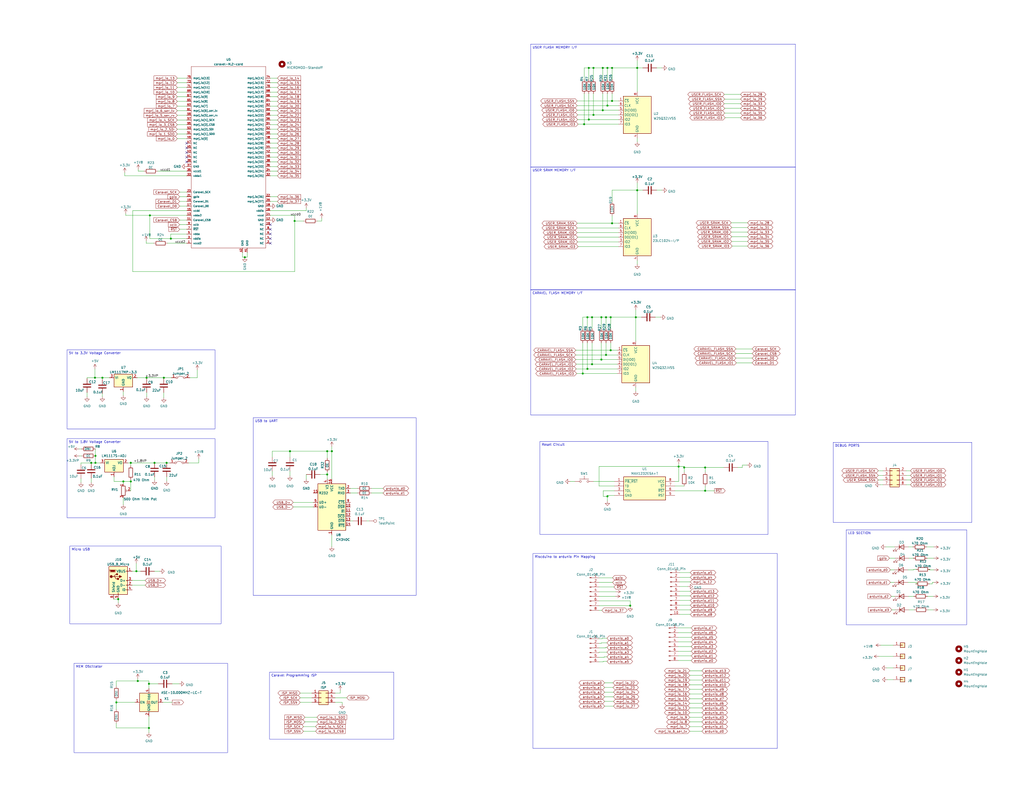
<source format=kicad_sch>
(kicad_sch (version 20230121) (generator eeschema)
  (paper "C")
  (title_block (date "2023-07-21") (rev "1.0.2"))
  (junction (at 347.726 37.084))
  (junction (at 81.28 373.38))
  (junction (at 71.374 262.89))
  (junction (at 178.562 259.08))
  (junction (at 334.01 55.118))
  (junction (at 328.93 37.084))
  (junction (at 80.01 206.248))
  (junction (at 67.31 262.89))
  (junction (at 321.31 37.084))
  (junction (at 323.088 173.228))
  (junction (at 133.604 140.462))
  (junction (at 323.85 37.084))
  (junction (at 331.47 57.658))
  (junction (at 84.328 252.73))
  (junction (at 384.81 267.97))
  (junction (at 323.85 62.738))
  (junction (at 75.184 371.856))
  (junction (at 320.548 201.422))
  (junction (at 334.01 121.92))
  (junction (at 330.708 193.802))
  (junction (at 331.47 37.084))
  (junction (at 331.47 271.018))
  (junction (at 160.782 120.65))
  (junction (at 323.088 198.882))
  (junction (at 370.332 254.762))
  (junction (at 71.374 252.73))
  (junction (at 343.916 330.708))
  (junction (at 81.788 117.602))
  (junction (at 318.77 67.818))
  (junction (at 74.422 311.912))
  (junction (at 89.408 206.248))
  (junction (at 333.248 173.228))
  (junction (at 63.5 383.54))
  (junction (at 52.07 252.73))
  (junction (at 333.248 191.262))
  (junction (at 318.008 203.962))
  (junction (at 328.93 60.198))
  (junction (at 328.168 196.342))
  (junction (at 330.708 173.228))
  (junction (at 181.102 246.38))
  (junction (at 49.784 252.73))
  (junction (at 93.218 130.302))
  (junction (at 90.932 252.73))
  (junction (at 334.01 37.084))
  (junction (at 328.168 173.228))
  (junction (at 158.242 246.38))
  (junction (at 64.516 327.152))
  (junction (at 81.28 397.51))
  (junction (at 347.726 103.886))
  (junction (at 51.816 206.248))
  (junction (at 384.81 255.27))
  (junction (at 178.562 246.38))
  (junction (at 52.07 248.92))
  (junction (at 321.31 65.278))
  (junction (at 346.964 173.228))
  (junction (at 320.548 173.228))
  (junction (at 55.88 206.248))
  (junction (at 373.38 255.27))
  (no_connect (at 101.854 85.852))
  (no_connect (at 101.854 80.772))
  (no_connect (at 101.854 78.232))
  (no_connect (at 147.574 122.682))
  (no_connect (at 101.854 88.392))
  (no_connect (at 147.574 130.302))
  (no_connect (at 101.854 83.312))
  (no_connect (at 147.574 125.222))
  (no_connect (at 147.574 127.762))
  (no_connect (at 147.574 132.842))
  (wire (pts (xy 334.01 55.118) (xy 337.566 55.118)))
  (wire (pts (xy 44.196 261.366) (xy 44.196 263.398)))
  (wire (pts (xy 343.916 330.708) (xy 343.916 328.168)))
  (wire (pts (xy 181.102 292.1) (xy 181.102 298.45)))
  (wire (pts (xy 376.428 381.508) (xy 383.032 381.508)))
  (wire (pts (xy 47.498 206.248) (xy 51.816 206.248)))
  (wire (pts (xy 330.708 173.228) (xy 333.248 173.228)))
  (wire (pts (xy 500.38 318.008) (xy 495.554 318.008)))
  (wire (pts (xy 175.514 119.126) (xy 175.514 120.65)))
  (wire (pts (xy 376.428 386.588) (xy 383.032 386.588)))
  (wire (pts (xy 44.196 252.73) (xy 49.784 252.73)))
  (wire (pts (xy 147.574 117.602) (xy 160.782 117.602)))
  (wire (pts (xy 160.782 120.65) (xy 165.608 120.65)))
  (wire (pts (xy 71.374 252.73) (xy 71.374 254.254)))
  (wire (pts (xy 370.078 345.44) (xy 377.19 345.44)))
  (wire (pts (xy 89.408 214.376) (xy 89.408 217.17)))
  (wire (pts (xy 178.562 246.38) (xy 181.102 246.38)))
  (wire (pts (xy 328.93 37.084) (xy 331.47 37.084)))
  (wire (pts (xy 370.078 358.14) (xy 377.19 358.14)))
  (wire (pts (xy 508.762 318.77) (xy 508.762 318.008)))
  (wire (pts (xy 329.184 361.188) (xy 331.216 361.188)))
  (wire (pts (xy 81.28 391.16) (xy 81.28 397.51)))
  (wire (pts (xy 494.538 264.668) (xy 496.824 264.668)))
  (wire (pts (xy 335.28 265.43) (xy 326.898 265.43)))
  (wire (pts (xy 331.216 351.028) (xy 328.168 351.028)))
  (wire (pts (xy 167.132 259.08) (xy 167.132 261.62)))
  (wire (pts (xy 330.708 193.802) (xy 336.804 193.802)))
  (wire (pts (xy 370.078 353.06) (xy 377.444 353.06)))
  (wire (pts (xy 132.334 140.462) (xy 132.334 137.922)))
  (wire (pts (xy 326.898 348.742) (xy 328.676 348.742)))
  (wire (pts (xy 479.298 259.588) (xy 481.838 259.588)))
  (wire (pts (xy 101.854 60.452) (xy 96.774 60.452)))
  (wire (pts (xy 498.602 310.896) (xy 498.602 311.15)))
  (wire (pts (xy 81.28 397.51) (xy 81.28 400.05)))
  (wire (pts (xy 331.47 57.658) (xy 337.566 57.658)))
  (wire (pts (xy 72.39 148.336) (xy 160.782 148.336)))
  (wire (pts (xy 496.062 332.994) (xy 498.856 332.994)))
  (wire (pts (xy 500.38 318.77) (xy 500.38 318.008)))
  (wire (pts (xy 181.102 243.84) (xy 181.102 246.38)))
  (wire (pts (xy 347.726 103.886) (xy 350.774 103.886)))
  (wire (pts (xy 373.38 255.27) (xy 373.38 254.762)))
  (wire (pts (xy 370.84 320.294) (xy 375.412 320.294)))
  (wire (pts (xy 81.788 130.302) (xy 81.788 117.602)))
  (wire (pts (xy 151.384 107.442) (xy 147.574 107.442)))
  (wire (pts (xy 314.452 198.882) (xy 323.088 198.882)))
  (wire (pts (xy 333.248 187.198) (xy 333.248 191.262)))
  (wire (pts (xy 68.58 117.602) (xy 81.788 117.602)))
  (wire (pts (xy 151.384 68.072) (xy 147.574 68.072)))
  (wire (pts (xy 401.828 198.12) (xy 410.464 198.12)))
  (wire (pts (xy 329.184 361.442) (xy 329.184 361.188)))
  (wire (pts (xy 63.5 397.51) (xy 63.5 394.97)))
  (wire (pts (xy 328.676 348.488) (xy 331.216 348.488)))
  (wire (pts (xy 151.384 42.672) (xy 147.574 42.672)))
  (wire (pts (xy 331.47 270.51) (xy 331.47 271.018)))
  (wire (pts (xy 81.788 117.602) (xy 101.854 117.602)))
  (wire (pts (xy 507.492 310.896) (xy 506.984 310.896)))
  (wire (pts (xy 147.574 115.062) (xy 167.132 115.062)))
  (wire (pts (xy 321.31 43.434) (xy 321.31 37.084)))
  (wire (pts (xy 395.478 61.722) (xy 404.114 61.722)))
  (wire (pts (xy 373.38 255.27) (xy 384.81 255.27)))
  (wire (pts (xy 81.28 397.51) (xy 63.5 397.51)))
  (wire (pts (xy 326.898 330.708) (xy 343.916 330.708)))
  (wire (pts (xy 51.816 206.248) (xy 55.88 206.248)))
  (wire (pts (xy 182.88 383.54) (xy 186.69 383.54)))
  (wire (pts (xy 376.428 373.888) (xy 383.032 373.888)))
  (wire (pts (xy 384.81 255.27) (xy 384.81 257.81)))
  (wire (pts (xy 376.428 399.288) (xy 383.032 399.288)))
  (wire (pts (xy 320.548 201.422) (xy 336.804 201.422)))
  (wire (pts (xy 47.498 214.376) (xy 47.498 216.662)))
  (wire (pts (xy 62.23 262.89) (xy 67.31 262.89)))
  (wire (pts (xy 97.79 373.38) (xy 93.98 373.38)))
  (wire (pts (xy 399.034 121.666) (xy 407.924 121.666)))
  (wire (pts (xy 71.374 262.89) (xy 71.374 267.97)))
  (wire (pts (xy 483.87 364.744) (xy 487.426 364.744)))
  (wire (pts (xy 148.59 257.302) (xy 148.59 259.842)))
  (wire (pts (xy 399.288 129.286) (xy 407.924 129.286)))
  (wire (pts (xy 151.384 45.212) (xy 147.574 45.212)))
  (wire (pts (xy 43.18 245.11) (xy 44.45 245.11)))
  (wire (pts (xy 68.072 96.012) (xy 101.854 96.012)))
  (wire (pts (xy 101.854 68.072) (xy 96.774 68.072)))
  (wire (pts (xy 399.288 124.206) (xy 407.924 124.206)))
  (wire (pts (xy 165.608 396.748) (xy 172.212 396.748)))
  (wire (pts (xy 405.13 255.27) (xy 405.13 254)))
  (wire (pts (xy 101.854 120.142) (xy 98.044 120.142)))
  (wire (pts (xy 101.854 125.222) (xy 98.044 125.222)))
  (wire (pts (xy 395.224 56.642) (xy 404.114 56.642)))
  (wire (pts (xy 315.214 62.738) (xy 323.85 62.738)))
  (wire (pts (xy 395.478 59.182) (xy 404.114 59.182)))
  (wire (pts (xy 370.078 342.9) (xy 377.19 342.9)))
  (wire (pts (xy 160.02 274.32) (xy 170.942 274.32)))
  (wire (pts (xy 370.84 315.214) (xy 376.682 315.214)))
  (wire (pts (xy 151.384 109.982) (xy 147.574 109.982)))
  (wire (pts (xy 329.692 358.648) (xy 331.216 358.648)))
  (wire (pts (xy 480.568 352.298) (xy 487.426 352.298)))
  (wire (pts (xy 182.88 378.46) (xy 185.674 378.46)))
  (wire (pts (xy 64.516 327.152) (xy 64.516 329.184)))
  (wire (pts (xy 84.328 252.73) (xy 90.932 252.73)))
  (wire (pts (xy 323.85 262.89) (xy 335.28 262.89)))
  (wire (pts (xy 347.726 75.438) (xy 347.726 77.47)))
  (wire (pts (xy 81.788 130.302) (xy 93.218 130.302)))
  (wire (pts (xy 51.816 201.422) (xy 51.816 206.248)))
  (wire (pts (xy 315.214 132.08) (xy 337.566 132.08)))
  (wire (pts (xy 323.088 187.198) (xy 323.088 198.882)))
  (wire (pts (xy 328.168 179.578) (xy 328.168 173.228)))
  (wire (pts (xy 334.01 103.886) (xy 334.01 110.236)))
  (wire (pts (xy 486.41 325.628) (xy 488.188 325.628)))
  (wire (pts (xy 49.784 252.73) (xy 52.07 252.73)))
  (wire (pts (xy 71.374 261.874) (xy 71.374 262.89)))
  (wire (pts (xy 331.47 273.558) (xy 331.47 271.018)))
  (wire (pts (xy 346.964 169.164) (xy 346.964 173.228)))
  (wire (pts (xy 328.168 351.282) (xy 326.898 351.282)))
  (wire (pts (xy 323.85 37.084) (xy 323.85 43.434)))
  (wire (pts (xy 71.374 267.97) (xy 71.12 267.97)))
  (wire (pts (xy 318.008 203.962) (xy 336.804 203.962)))
  (wire (pts (xy 163.83 383.54) (xy 170.18 383.54)))
  (wire (pts (xy 151.384 90.932) (xy 147.574 90.932)))
  (wire (pts (xy 314.96 57.658) (xy 331.47 57.658)))
  (wire (pts (xy 67.31 213.868) (xy 67.31 215.9)))
  (wire (pts (xy 151.384 85.852) (xy 147.574 85.852)))
  (wire (pts (xy 151.384 50.292) (xy 147.574 50.292)))
  (wire (pts (xy 318.008 187.198) (xy 318.008 203.962)))
  (wire (pts (xy 331.47 270.51) (xy 335.28 270.51)))
  (wire (pts (xy 314.198 193.802) (xy 330.708 193.802)))
  (wire (pts (xy 370.332 262.89) (xy 368.3 262.89)))
  (wire (pts (xy 486.664 332.994) (xy 488.442 332.994)))
  (wire (pts (xy 395.732 64.262) (xy 404.114 64.262)))
  (wire (pts (xy 101.854 73.152) (xy 96.774 73.152)))
  (wire (pts (xy 67.31 262.89) (xy 67.31 264.16)))
  (wire (pts (xy 318.77 37.084) (xy 321.31 37.084)))
  (wire (pts (xy 185.674 378.46) (xy 185.674 376.936)))
  (wire (pts (xy 329.946 377.952) (xy 334.772 377.952)))
  (wire (pts (xy 328.168 173.228) (xy 330.708 173.228)))
  (wire (pts (xy 500.38 318.77) (xy 499.618 318.77)))
  (wire (pts (xy 84.328 311.912) (xy 87.122 311.912)))
  (wire (pts (xy 181.102 246.38) (xy 181.102 261.62)))
  (wire (pts (xy 191.262 284.48) (xy 192.532 284.48)))
  (wire (pts (xy 174.752 259.08) (xy 178.562 259.08)))
  (wire (pts (xy 368.3 267.97) (xy 384.81 267.97)))
  (wire (pts (xy 81.28 371.856) (xy 81.28 373.38)))
  (wire (pts (xy 507.238 318.77) (xy 508.762 318.77)))
  (wire (pts (xy 401.574 190.5) (xy 410.464 190.5)))
  (wire (pts (xy 72.136 316.992) (xy 79.248 316.992)))
  (wire (pts (xy 506.476 332.994) (xy 509.27 332.994)))
  (wire (pts (xy 328.168 196.342) (xy 336.804 196.342)))
  (wire (pts (xy 330.454 353.568) (xy 331.216 353.568)))
  (wire (pts (xy 191.262 269.24) (xy 195.072 269.24)))
  (wire (pts (xy 160.782 120.65) (xy 160.782 117.602)))
  (wire (pts (xy 55.88 206.248) (xy 59.69 206.248)))
  (wire (pts (xy 318.008 173.228) (xy 318.008 179.578)))
  (wire (pts (xy 68.58 117.602) (xy 68.58 116.586)))
  (wire (pts (xy 63.5 383.54) (xy 73.66 383.54)))
  (wire (pts (xy 101.854 65.532) (xy 96.774 65.532)))
  (wire (pts (xy 370.84 325.374) (xy 376.682 325.374)))
  (wire (pts (xy 178.562 246.38) (xy 178.562 250.19)))
  (wire (pts (xy 182.88 381) (xy 189.23 381)))
  (wire (pts (xy 498.602 310.896) (xy 499.872 310.896)))
  (wire (pts (xy 314.96 121.92) (xy 334.01 121.92)))
  (wire (pts (xy 376.428 396.748) (xy 383.032 396.748)))
  (wire (pts (xy 323.85 62.738) (xy 337.566 62.738)))
  (wire (pts (xy 320.548 173.228) (xy 323.088 173.228)))
  (wire (pts (xy 328.93 60.198) (xy 337.566 60.198)))
  (wire (pts (xy 331.47 37.084) (xy 334.01 37.084)))
  (wire (pts (xy 160.02 276.86) (xy 170.942 276.86)))
  (wire (pts (xy 331.47 51.054) (xy 331.47 57.658)))
  (wire (pts (xy 61.976 327.152) (xy 64.516 327.152)))
  (wire (pts (xy 101.854 50.292) (xy 96.774 50.292)))
  (wire (pts (xy 494.538 259.588) (xy 496.824 259.588)))
  (wire (pts (xy 370.84 317.754) (xy 376.682 317.754)))
  (wire (pts (xy 326.898 315.468) (xy 334.264 315.468)))
  (wire (pts (xy 314.198 191.262) (xy 333.248 191.262)))
  (wire (pts (xy 72.39 115.062) (xy 101.854 115.062)))
  (wire (pts (xy 62.23 260.35) (xy 62.23 262.89)))
  (wire (pts (xy 75.438 93.472) (xy 75.438 92.456)))
  (wire (pts (xy 405.13 255.27) (xy 402.59 255.27)))
  (wire (pts (xy 329.946 372.872) (xy 334.518 372.872)))
  (wire (pts (xy 311.15 262.89) (xy 313.69 262.89)))
  (wire (pts (xy 84.328 260.35) (xy 84.328 262.128)))
  (wire (pts (xy 479.298 257.048) (xy 481.838 257.048)))
  (wire (pts (xy 318.008 173.228) (xy 320.548 173.228)))
  (wire (pts (xy 357.632 173.228) (xy 360.426 173.228)))
  (wire (pts (xy 329.946 383.032) (xy 334.772 383.032)))
  (wire (pts (xy 72.136 319.532) (xy 79.248 319.532)))
  (wire (pts (xy 506.984 310.896) (xy 506.984 311.15)))
  (wire (pts (xy 334.01 103.886) (xy 347.726 103.886)))
  (wire (pts (xy 186.69 383.54) (xy 186.69 384.556)))
  (wire (pts (xy 158.242 257.302) (xy 158.242 259.842)))
  (wire (pts (xy 484.124 371.094) (xy 487.426 371.094)))
  (wire (pts (xy 101.854 42.672) (xy 96.774 42.672)))
  (wire (pts (xy 93.218 127.762) (xy 93.218 130.302)))
  (wire (pts (xy 395.224 51.562) (xy 404.114 51.562)))
  (wire (pts (xy 329.946 380.492) (xy 334.772 380.492)))
  (wire (pts (xy 508.762 318.008) (xy 509.524 318.008)))
  (wire (pts (xy 151.384 62.992) (xy 147.574 62.992)))
  (wire (pts (xy 86.106 93.472) (xy 101.854 93.472)))
  (wire (pts (xy 315.468 134.62) (xy 337.566 134.62)))
  (wire (pts (xy 107.696 206.248) (xy 103.632 206.248)))
  (wire (pts (xy 166.37 394.208) (xy 172.974 394.208)))
  (wire (pts (xy 320.548 179.578) (xy 320.548 173.228)))
  (wire (pts (xy 328.93 51.054) (xy 328.93 60.198)))
  (wire (pts (xy 370.84 327.914) (xy 376.682 327.914)))
  (wire (pts (xy 358.394 37.084) (xy 361.188 37.084)))
  (wire (pts (xy 166.37 391.668) (xy 172.974 391.668)))
  (wire (pts (xy 323.088 198.882) (xy 336.804 198.882)))
  (wire (pts (xy 72.136 311.912) (xy 74.422 311.912)))
  (wire (pts (xy 346.964 211.582) (xy 346.964 213.614)))
  (wire (pts (xy 326.898 333.248) (xy 328.422 333.248)))
  (wire (pts (xy 89.408 206.248) (xy 93.472 206.248)))
  (wire (pts (xy 347.726 142.24) (xy 347.726 144.272)))
  (wire (pts (xy 315.214 65.278) (xy 321.31 65.278)))
  (wire (pts (xy 333.248 173.228) (xy 346.964 173.228)))
  (wire (pts (xy 506.984 311.15) (xy 509.524 311.15)))
  (wire (pts (xy 81.28 373.38) (xy 81.28 375.92)))
  (wire (pts (xy 151.384 96.012) (xy 147.574 96.012)))
  (wire (pts (xy 78.486 93.472) (xy 75.438 93.472)))
  (wire (pts (xy 329.692 358.902) (xy 329.692 358.648)))
  (wire (pts (xy 323.85 37.084) (xy 328.93 37.084)))
  (wire (pts (xy 329.184 267.97) (xy 329.184 271.018)))
  (wire (pts (xy 347.726 33.02) (xy 347.726 37.084)))
  (wire (pts (xy 333.248 173.228) (xy 333.248 179.578)))
  (wire (pts (xy 334.01 117.856) (xy 334.01 121.92)))
  (wire (pts (xy 368.3 265.43) (xy 373.38 265.43)))
  (wire (pts (xy 331.216 356.108) (xy 326.898 356.108)))
  (wire (pts (xy 326.898 323.088) (xy 336.042 323.088)))
  (wire (pts (xy 315.214 129.54) (xy 337.566 129.54)))
  (wire (pts (xy 376.428 394.208) (xy 383.032 394.208)))
  (wire (pts (xy 151.384 57.912) (xy 147.574 57.912)))
  (wire (pts (xy 101.854 107.442) (xy 98.044 107.442)))
  (wire (pts (xy 326.898 265.43) (xy 326.898 254.762)))
  (wire (pts (xy 151.384 70.612) (xy 147.574 70.612)))
  (wire (pts (xy 151.384 83.312) (xy 147.574 83.312)))
  (wire (pts (xy 485.902 311.15) (xy 487.934 311.15)))
  (wire (pts (xy 151.384 88.392) (xy 147.574 88.392)))
  (wire (pts (xy 323.088 173.228) (xy 323.088 179.578)))
  (wire (pts (xy 326.898 358.902) (xy 329.692 358.902)))
  (wire (pts (xy 314.198 196.342) (xy 328.168 196.342)))
  (wire (pts (xy 44.196 252.73) (xy 44.196 253.746)))
  (wire (pts (xy 148.59 249.682) (xy 148.59 246.38)))
  (wire (pts (xy 318.77 37.084) (xy 318.77 43.434)))
  (wire (pts (xy 90.932 252.73) (xy 92.71 252.73)))
  (wire (pts (xy 80.01 214.376) (xy 80.01 216.662)))
  (wire (pts (xy 376.428 384.048) (xy 383.032 384.048)))
  (wire (pts (xy 399.542 134.366) (xy 407.924 134.366)))
  (wire (pts (xy 321.31 37.084) (xy 323.85 37.084)))
  (wire (pts (xy 320.548 187.198) (xy 320.548 201.422)))
  (wire (pts (xy 158.242 246.38) (xy 178.562 246.38)))
  (wire (pts (xy 133.604 140.462) (xy 132.334 140.462)))
  (wire (pts (xy 496.062 304.8) (xy 498.348 304.8)))
  (wire (pts (xy 376.428 389.128) (xy 383.032 389.128)))
  (wire (pts (xy 55.88 214.884) (xy 55.88 216.662)))
  (wire (pts (xy 93.218 130.302) (xy 101.854 130.302)))
  (wire (pts (xy 370.078 360.68) (xy 377.19 360.68)))
  (wire (pts (xy 151.384 75.692) (xy 147.574 75.692)))
  (wire (pts (xy 63.5 371.856) (xy 75.184 371.856)))
  (wire (pts (xy 376.428 376.428) (xy 383.032 376.428)))
  (wire (pts (xy 370.078 355.6) (xy 377.19 355.6)))
  (wire (pts (xy 191.262 266.7) (xy 195.072 266.7)))
  (wire (pts (xy 399.034 126.746) (xy 407.924 126.746)))
  (wire (pts (xy 347.726 99.822) (xy 347.726 103.886)))
  (wire (pts (xy 495.808 325.628) (xy 498.602 325.628)))
  (wire (pts (xy 347.726 37.084) (xy 350.774 37.084)))
  (wire (pts (xy 318.77 67.818) (xy 337.566 67.818)))
  (wire (pts (xy 498.602 311.15) (xy 495.554 311.15)))
  (wire (pts (xy 370.332 254.762) (xy 370.332 262.89)))
  (wire (pts (xy 107.696 201.93) (xy 107.696 206.248)))
  (wire (pts (xy 494.538 262.128) (xy 496.824 262.128)))
  (wire (pts (xy 479.552 358.394) (xy 487.426 358.394)))
  (wire (pts (xy 108.458 250.444) (xy 108.458 252.73)))
  (wire (pts (xy 384.81 267.97) (xy 389.89 267.97)))
  (wire (pts (xy 79.756 132.842) (xy 83.82 132.842)))
  (wire (pts (xy 178.562 259.08) (xy 178.562 261.62)))
  (wire (pts (xy 52.07 252.73) (xy 54.61 252.73)))
  (wire (pts (xy 323.088 173.228) (xy 328.168 173.228)))
  (wire (pts (xy 326.898 325.628) (xy 335.788 325.628)))
  (wire (pts (xy 101.854 104.902) (xy 98.044 104.902)))
  (wire (pts (xy 328.93 43.434) (xy 328.93 37.084)))
  (wire (pts (xy 101.854 52.832) (xy 96.774 52.832)))
  (wire (pts (xy 326.898 318.008) (xy 334.264 318.008)))
  (wire (pts (xy 134.874 137.922) (xy 134.874 140.462)))
  (wire (pts (xy 347.726 116.84) (xy 347.726 103.886)))
  (wire (pts (xy 101.854 122.682) (xy 98.044 122.682)))
  (wire (pts (xy 330.454 353.822) (xy 330.454 353.568)))
  (wire (pts (xy 165.608 399.288) (xy 172.212 399.288)))
  (wire (pts (xy 485.902 318.008) (xy 487.934 318.008)))
  (wire (pts (xy 370.078 350.52) (xy 377.19 350.52)))
  (wire (pts (xy 321.31 65.278) (xy 337.566 65.278)))
  (wire (pts (xy 343.916 331.216) (xy 343.916 330.708)))
  (wire (pts (xy 314.96 60.198) (xy 328.93 60.198)))
  (wire (pts (xy 485.394 304.8) (xy 488.442 304.8)))
  (wire (pts (xy 202.692 269.24) (xy 209.042 269.24)))
  (wire (pts (xy 323.85 51.054) (xy 323.85 62.738)))
  (wire (pts (xy 328.168 351.028) (xy 328.168 351.282)))
  (wire (pts (xy 69.85 252.73) (xy 71.374 252.73)))
  (wire (pts (xy 52.07 248.92) (xy 52.07 252.73)))
  (wire (pts (xy 175.514 120.65) (xy 173.228 120.65)))
  (wire (pts (xy 101.854 70.612) (xy 96.774 70.612)))
  (wire (pts (xy 334.01 51.054) (xy 334.01 55.118)))
  (wire (pts (xy 505.714 298.704) (xy 509.524 298.704)))
  (wire (pts (xy 151.384 60.452) (xy 147.574 60.452)))
  (wire (pts (xy 370.078 347.98) (xy 377.19 347.98)))
  (wire (pts (xy 80.01 206.248) (xy 80.01 206.756)))
  (wire (pts (xy 328.168 187.198) (xy 328.168 196.342)))
  (wire (pts (xy 74.422 307.594) (xy 74.422 311.912)))
  (wire (pts (xy 163.83 381) (xy 170.18 381)))
  (wire (pts (xy 200.152 284.48) (xy 201.422 284.48)))
  (wire (pts (xy 158.242 249.682) (xy 158.242 246.38)))
  (wire (pts (xy 72.39 115.062) (xy 72.39 148.336)))
  (wire (pts (xy 90.932 260.35) (xy 90.932 262.636)))
  (wire (pts (xy 331.47 37.084) (xy 331.47 43.434)))
  (wire (pts (xy 479.298 262.128) (xy 481.838 262.128)))
  (wire (pts (xy 93.218 127.762) (xy 101.854 127.762)))
  (wire (pts (xy 151.384 65.532) (xy 147.574 65.532)))
  (wire (pts (xy 395.478 54.102) (xy 404.114 54.102)))
  (wire (pts (xy 376.428 378.968) (xy 383.032 378.968)))
  (wire (pts (xy 163.83 378.46) (xy 170.18 378.46)))
  (wire (pts (xy 67.31 271.78) (xy 67.31 275.59)))
  (wire (pts (xy 68.072 96.012) (xy 68.072 94.234)))
  (wire (pts (xy 376.428 371.348) (xy 383.032 371.348)))
  (wire (pts (xy 483.362 298.704) (xy 488.188 298.704)))
  (wire (pts (xy 370.84 312.674) (xy 376.682 312.674)))
  (wire (pts (xy 108.458 252.73) (xy 102.87 252.73)))
  (wire (pts (xy 326.898 328.168) (xy 343.916 328.168)))
  (wire (pts (xy 75.184 370.586) (xy 75.184 371.856)))
  (wire (pts (xy 101.854 75.692) (xy 96.774 75.692)))
  (wire (pts (xy 151.384 47.752) (xy 147.574 47.752)))
  (wire (pts (xy 148.59 246.38) (xy 158.242 246.38)))
  (wire (pts (xy 347.726 50.038) (xy 347.726 37.084)))
  (wire (pts (xy 330.708 173.228) (xy 330.708 179.578)))
  (wire (pts (xy 370.84 322.834) (xy 376.682 322.834)))
  (wire (pts (xy 505.968 304.8) (xy 509.524 304.8)))
  (wire (pts (xy 376.428 391.668) (xy 383.032 391.668)))
  (wire (pts (xy 101.854 55.372) (xy 96.774 55.372)))
  (wire (pts (xy 326.898 361.442) (xy 329.184 361.442)))
  (wire (pts (xy 370.332 253.238) (xy 370.332 254.762)))
  (wire (pts (xy 314.96 55.118) (xy 334.01 55.118)))
  (wire (pts (xy 89.408 206.248) (xy 89.408 206.756)))
  (wire (pts (xy 373.38 257.81) (xy 373.38 255.27)))
  (wire (pts (xy 346.964 173.228) (xy 350.012 173.228)))
  (wire (pts (xy 334.01 121.92) (xy 337.566 121.92)))
  (wire (pts (xy 401.574 193.04) (xy 410.464 193.04)))
  (wire (pts (xy 370.84 330.454) (xy 376.682 330.454)))
  (wire (pts (xy 79.756 131.572) (xy 79.756 132.842)))
  (wire (pts (xy 88.9 383.54) (xy 93.98 383.54)))
  (wire (pts (xy 326.898 320.548) (xy 335.026 320.548)))
  (wire (pts (xy 314.96 124.46) (xy 337.566 124.46)))
  (wire (pts (xy 91.44 132.842) (xy 101.854 132.842)))
  (wire (pts (xy 101.854 62.992) (xy 96.774 62.992)))
  (wire (pts (xy 376.428 366.268) (xy 383.032 366.268)))
  (wire (pts (xy 202.692 266.7) (xy 209.042 266.7)))
  (wire (pts (xy 47.498 206.756) (xy 47.498 206.248)))
  (wire (pts (xy 81.28 373.38) (xy 86.36 373.38)))
  (wire (pts (xy 101.854 112.522) (xy 98.044 112.522)))
  (wire (pts (xy 494.538 257.048) (xy 496.824 257.048)))
  (wire (pts (xy 178.562 257.81) (xy 178.562 259.08)))
  (wire (pts (xy 52.07 245.11) (xy 52.07 248.92)))
  (wire (pts (xy 333.248 191.262) (xy 336.804 191.262)))
  (wire (pts (xy 151.384 80.772) (xy 147.574 80.772)))
  (wire (pts (xy 384.81 265.43) (xy 384.81 267.97)))
  (wire (pts (xy 330.708 187.198) (xy 330.708 193.802)))
  (wire (pts (xy 63.5 383.54) (xy 63.5 387.35)))
  (wire (pts (xy 67.31 262.89) (xy 71.374 262.89)))
  (wire (pts (xy 321.31 51.054) (xy 321.31 65.278)))
  (wire (pts (xy 376.428 368.808) (xy 383.032 368.808)))
  (wire (pts (xy 335.28 267.97) (xy 329.184 267.97)))
  (wire (pts (xy 384.81 255.27) (xy 394.97 255.27)))
  (wire (pts (xy 101.854 57.912) (xy 96.774 57.912)))
  (wire (pts (xy 326.898 356.108) (xy 326.898 356.362)))
  (wire (pts (xy 373.38 254.762) (xy 370.332 254.762)))
  (wire (pts (xy 101.854 109.982) (xy 98.044 109.982)))
  (wire (pts (xy 74.422 311.912) (xy 76.708 311.912)))
  (wire (pts (xy 314.452 201.422) (xy 320.548 201.422)))
  (wire (pts (xy 75.184 371.856) (xy 81.28 371.856)))
  (wire (pts (xy 326.898 353.822) (xy 330.454 353.822)))
  (wire (pts (xy 328.676 348.742) (xy 328.676 348.488)))
  (wire (pts (xy 74.93 206.248) (xy 80.01 206.248)))
  (wire (pts (xy 399.288 131.826) (xy 407.924 131.826)))
  (wire (pts (xy 326.898 254.762) (xy 370.332 254.762)))
  (wire (pts (xy 151.384 93.472) (xy 147.574 93.472)))
  (wire (pts (xy 151.384 73.152) (xy 147.574 73.152)))
  (wire (pts (xy 334.01 37.084) (xy 334.01 43.434)))
  (wire (pts (xy 151.384 78.232) (xy 147.574 78.232)))
  (wire (pts (xy 63.5 371.856) (xy 63.5 374.65)))
  (wire (pts (xy 167.132 113.538) (xy 167.132 115.062)))
  (wire (pts (xy 370.84 332.994) (xy 376.682 332.994)))
  (wire (pts (xy 370.84 335.534) (xy 376.682 335.534)))
  (wire (pts (xy 405.13 254) (xy 407.67 254)))
  (wire (pts (xy 318.77 51.054) (xy 318.77 67.818)))
  (wire (pts (xy 151.384 55.372) (xy 147.574 55.372)))
  (wire (pts (xy 480.314 264.668) (xy 481.838 264.668)))
  (wire (pts (xy 315.468 67.818) (xy 318.77 67.818)))
  (wire (pts (xy 329.946 385.572) (xy 334.772 385.572)))
  (wire (pts (xy 101.854 45.212) (xy 96.774 45.212)))
  (wire (pts (xy 80.01 206.248) (xy 89.408 206.248)))
  (wire (pts (xy 334.01 37.084) (xy 347.726 37.084)))
  (wire (pts (xy 134.874 140.462) (xy 133.604 140.462)))
  (wire (pts (xy 63.5 382.27) (xy 63.5 383.54)))
  (wire (pts (xy 314.706 203.962) (xy 318.008 203.962)))
  (wire (pts (xy 329.946 375.412) (xy 334.518 375.412)))
  (wire (pts (xy 314.96 127) (xy 337.566 127)))
  (wire (pts (xy 495.808 298.704) (xy 498.094 298.704)))
  (wire (pts (xy 160.782 148.336) (xy 160.782 120.65)))
  (wire (pts (xy 49.784 261.112) (xy 49.784 263.398)))
  (wire (pts (xy 43.18 248.92) (xy 44.45 248.92)))
  (wire (pts (xy 346.964 186.182) (xy 346.964 173.228)))
  (wire (pts (xy 506.222 325.628) (xy 509.27 325.628)))
  (wire (pts (xy 401.574 195.58) (xy 410.464 195.58)))
  (wire (pts (xy 71.374 252.73) (xy 84.328 252.73)))
  (wire (pts (xy 151.384 52.832) (xy 147.574 52.832)))
  (wire (pts (xy 329.184 271.018) (xy 331.47 271.018)))
  (wire (pts (xy 101.854 47.752) (xy 96.774 47.752)))
  (wire (pts (xy 49.784 253.492) (xy 49.784 252.73)))
  (wire (pts (xy 55.88 207.264) (xy 55.88 206.248)))
  (wire (pts (xy 358.394 103.886) (xy 361.188 103.886)))
  (text_box "MEM OScillator" (at 40.386 362.204 0) (size 83.82 48.768) (effects (font (size 1.27 1.27)) (justify left top)))
  (text_box "5V to 3.3V Voltage Converter" (at 36.576 191.008 0) (size 80.772 43.18) (effects (font (size 1.27 1.27)) (justify left top)))
  (text_box "LED SECTION" (at 461.772 289.306 0) (size 65.786 51.816) (effects (font (size 1.27 1.27)) (justify left top)))
  (text_box "Riscduino to ardunio Pin Mapping" (at 290.83 302.26 0) (size 133.35 106.426) (effects (font (size 1.27 1.27)) (justify left top)))
  (text_box "Micro USB" (at 38.1 298.196 0) (size 82.55 42.418) (effects (font (size 1.27 1.27)) (justify left top)))
  (text_box "USB to UART" (at 138.176 228.092 0) (size 88.9 97.028) (effects (font (size 1.27 1.27)) (justify left top)))
  (text_box "USER SRAM MEMORY I/F" (at 289.56 91.186 0) (size 144.526 67.056) (effects (font (size 1.27 1.27)) (justify left top)))
  (text_box "DEBUG PORTS" (at 454.66 241.554 0) (size 75.692 43.688) (effects (font (size 1.27 1.27)) (justify left top)))
  (text_box "Caravel Programming ISP" (at 147.066 367.03 0) (size 67.818 36.576) (effects (font (size 1.27 1.27)) (justify left top)))
  (text_box "USER FLASH MEMORY I/F" (at 289.56 24.13 0) (size 144.526 67.056) (effects (font (size 1.27 1.27)) (justify left top)))
  (text_box "5V to 1.8V Voltage Converter" (at 36.576 239.522 0) (size 80.772 43.18) (effects (font (size 1.27 1.27)) (justify left top)))
  (text_box "Reset Circuit" (at 294.64 241.046 0) (size 124.46 50.8) (effects (font (size 1.27 1.27)) (justify left top)))
  (text_box "CARAVEL FLASH MEMORY I/F" (at 289.56 158.242 0) (size 144.526 68.326) (effects (font (size 1.27 1.27)) (justify left top)))
  (label "vccd2" (at 95.504 133.096 0))
  (label "+1.8VP" (at 72.898 252.73 0))
  (label "vccd1" (at 87.376 93.726 0))
  (label "+3.3VP" (at 79.248 206.248 0))
  (label "vccd0" (at 158.496 118.11 0))
  (global_label "gpio" (shape input) (at 98.044 107.442 180) (property "Intersheetrefs" "${INTERSHEET_REFS}" (effects hide)))
  (global_label "USER_FLASH_SCK" (shape bidirectional) (at 395.224 51.562 180) (property "Intersheetrefs" "${INTERSHEET_REFS}" (effects hide)))
  (global_label "ardunio_d1" (shape input) (at 485.902 318.008 180) (property "Intersheetrefs" "${INTERSHEET_REFS}" (effects hide)))
  (global_label "ardunio_a1" (shape bidirectional) (at 331.216 351.028 0) (property "Intersheetrefs" "${INTERSHEET_REFS}" (effects hide)))
  (global_label "USER_FLASH_SSN" (shape bidirectional) (at 314.96 55.118 180) (property "Intersheetrefs" "${INTERSHEET_REFS}" (effects hide)))
  (global_label "ardunio_d6" (shape bidirectional) (at 383.032 384.048 0) (property "Intersheetrefs" "${INTERSHEET_REFS}" (effects hide)))
  (global_label "mprj_io_24" (shape bidirectional) (at 334.772 377.952 0) (property "Intersheetrefs" "${INTERSHEET_REFS}" (effects hide)))
  (global_label "ISP_MISO" (shape bidirectional) (at 163.83 378.46 180) (property "Intersheetrefs" "${INTERSHEET_REFS}" (effects hide)))
  (global_label "mprj_io_2_SDI" (shape input) (at 96.774 70.612 180) (property "Intersheetrefs" "${INTERSHEET_REFS}" (effects hide)))
  (global_label "ardunio_d7" (shape bidirectional) (at 377.19 342.9 0) (property "Intersheetrefs" "${INTERSHEET_REFS}" (effects hide)))
  (global_label "ardunio_d1" (shape bidirectional) (at 383.032 396.748 0) (property "Intersheetrefs" "${INTERSHEET_REFS}" (effects hide)))
  (global_label "ardunio_a3" (shape bidirectional) (at 331.216 356.108 0) (property "Intersheetrefs" "${INTERSHEET_REFS}" (effects hide)))
  (global_label "USER_FLASH_SCK" (shape bidirectional) (at 479.298 257.048 180) (property "Intersheetrefs" "${INTERSHEET_REFS}" (effects hide)))
  (global_label "mprj_io_1_SDO" (shape input) (at 96.774 73.152 180) (property "Intersheetrefs" "${INTERSHEET_REFS}" (effects hide)))
  (global_label "mprj_io_5_ser_rx" (shape input) (at 96.774 62.992 180) (property "Intersheetrefs" "${INTERSHEET_REFS}" (effects hide)))
  (global_label "mprj_io_16" (shape bidirectional) (at 376.428 378.968 180) (property "Intersheetrefs" "${INTERSHEET_REFS}" (effects hide)))
  (global_label "ardunio_a1" (shape bidirectional) (at 329.946 375.412 180) (property "Intersheetrefs" "${INTERSHEET_REFS}" (effects hide)))
  (global_label "USB_D-" (shape bidirectional) (at 79.248 319.532 0) (property "Intersheetrefs" "${INTERSHEET_REFS}" (effects hide)))
  (global_label "ardunio_d5" (shape bidirectional) (at 377.19 347.98 0) (property "Intersheetrefs" "${INTERSHEET_REFS}" (effects hide)))
  (global_label "mprj_io_22" (shape bidirectional) (at 334.518 372.872 0) (property "Intersheetrefs" "${INTERSHEET_REFS}" (effects hide)))
  (global_label "ISP_SCK" (shape bidirectional) (at 163.83 381 180) (property "Intersheetrefs" "${INTERSHEET_REFS}" (effects hide)))
  (global_label "ardunio_d1" (shape bidirectional) (at 209.042 269.24 0) (property "Intersheetrefs" "${INTERSHEET_REFS}" (effects hide)))
  (global_label "mprj_io_14" (shape input) (at 151.384 42.672 0) (property "Intersheetrefs" "${INTERSHEET_REFS}" (effects hide)))
  (global_label "mprj_io_10" (shape input) (at 96.774 50.292 180) (property "Intersheetrefs" "${INTERSHEET_REFS}" (effects hide)))
  (global_label "USER_FLASH_SSN" (shape bidirectional) (at 395.478 54.102 180) (property "Intersheetrefs" "${INTERSHEET_REFS}" (effects hide)))
  (global_label "mprj_io_7" (shape input) (at 96.774 57.912 180) (property "Intersheetrefs" "${INTERSHEET_REFS}" (effects hide)))
  (global_label "ardunio_a3" (shape bidirectional) (at 329.946 380.492 180) (property "Intersheetrefs" "${INTERSHEET_REFS}" (effects hide)))
  (global_label "mprj_io_6_ser_tx" (shape bidirectional) (at 376.428 399.288 180) (property "Intersheetrefs" "${INTERSHEET_REFS}" (effects hide)))
  (global_label "mprj_io_7" (shape bidirectional) (at 376.428 396.748 180) (property "Intersheetrefs" "${INTERSHEET_REFS}" (effects hide)))
  (global_label "mprj_io_28" (shape bidirectional) (at 404.114 51.562 0) (property "Intersheetrefs" "${INTERSHEET_REFS}" (effects hide)))
  (global_label "mprj_io_8" (shape bidirectional) (at 376.428 394.208 180) (property "Intersheetrefs" "${INTERSHEET_REFS}" (effects hide)))
  (global_label "mprj_io_25" (shape bidirectional) (at 334.772 380.492 0) (property "Intersheetrefs" "${INTERSHEET_REFS}" (effects hide)))
  (global_label "mprj_io_3_CSB" (shape input) (at 96.774 68.072 180) (property "Intersheetrefs" "${INTERSHEET_REFS}" (effects hide)))
  (global_label "ardunio_d11" (shape bidirectional) (at 383.032 371.348 0) (property "Intersheetrefs" "${INTERSHEET_REFS}" (effects hide)))
  (global_label "ardunio_a5" (shape bidirectional) (at 329.946 385.572 180) (property "Intersheetrefs" "${INTERSHEET_REFS}" (effects hide)))
  (global_label "USER_FLASH_IO2" (shape bidirectional) (at 395.478 61.722 180) (property "Intersheetrefs" "${INTERSHEET_REFS}" (effects hide)))
  (global_label "ardunio_a0" (shape bidirectional) (at 331.216 348.488 0) (property "Intersheetrefs" "${INTERSHEET_REFS}" (effects hide)))
  (global_label "Caravel_CSB" (shape bidirectional) (at 410.464 193.04 0) (property "Intersheetrefs" "${INTERSHEET_REFS}" (effects hide)))
  (global_label "ardunio_d3" (shape bidirectional) (at 377.19 353.06 0) (property "Intersheetrefs" "${INTERSHEET_REFS}" (effects hide)))
  (global_label "Caravel_SCK" (shape bidirectional) (at 410.464 190.5 0) (property "Intersheetrefs" "${INTERSHEET_REFS}" (effects hide)))
  (global_label "mprj_io_2_SDI" (shape input) (at 172.974 394.208 0) (property "Intersheetrefs" "${INTERSHEET_REFS}" (effects hide)))
  (global_label "USER_SRAM_SSN" (shape bidirectional) (at 399.288 124.206 180) (property "Intersheetrefs" "${INTERSHEET_REFS}" (effects hide)))
  (global_label "ISP_SCK" (shape input) (at 165.608 396.748 180) (property "Intersheetrefs" "${INTERSHEET_REFS}" (effects hide)))
  (global_label "CARAVEL_FLASH_IO1" (shape bidirectional) (at 401.828 198.12 180) (property "Intersheetrefs" "${INTERSHEET_REFS}" (effects hide)))
  (global_label "mprj_io_29" (shape bidirectional) (at 404.114 54.102 0) (property "Intersheetrefs" "${INTERSHEET_REFS}" (effects hide)))
  (global_label "mprj_io_35" (shape bidirectional) (at 404.114 61.722 0) (property "Intersheetrefs" "${INTERSHEET_REFS}" (effects hide)))
  (global_label "USB_D+" (shape bidirectional) (at 79.248 316.992 0) (property "Intersheetrefs" "${INTERSHEET_REFS}" (effects hide)))
  (global_label "ardunio_d6" (shape bidirectional) (at 377.19 345.44 0) (property "Intersheetrefs" "${INTERSHEET_REFS}" (effects hide)))
  (global_label "USER_FLASH_IO1" (shape bidirectional) (at 395.478 59.182 180) (property "Intersheetrefs" "${INTERSHEET_REFS}" (effects hide)))
  (global_label "USER_SRAM_IO0" (shape bidirectional) (at 399.034 126.746 180) (property "Intersheetrefs" "${INTERSHEET_REFS}" (effects hide)))
  (global_label "USB_D+" (shape bidirectional) (at 160.02 274.32 180) (property "Intersheetrefs" "${INTERSHEET_REFS}" (effects hide)))
  (global_label "USER_SRAM_IO1" (shape bidirectional) (at 315.214 129.54 180) (property "Intersheetrefs" "${INTERSHEET_REFS}" (effects hide)))
  (global_label "CARAVEL_FLASH_IO2" (shape bidirectional) (at 314.452 201.422 180) (property "Intersheetrefs" "${INTERSHEET_REFS}" (effects hide)))
  (global_label "ardunio_d9" (shape bidirectional) (at 383.032 376.428 0) (property "Intersheetrefs" "${INTERSHEET_REFS}" (effects hide)))
  (global_label "CARAVEL_FLASH_SCK" (shape bidirectional) (at 401.574 193.04 180) (property "Intersheetrefs" "${INTERSHEET_REFS}" (effects hide)))
  (global_label "ardunio_d10" (shape bidirectional) (at 376.682 330.454 0) (property "Intersheetrefs" "${INTERSHEET_REFS}" (effects hide)))
  (global_label "mprj_io_17" (shape bidirectional) (at 376.428 376.428 180) (property "Intersheetrefs" "${INTERSHEET_REFS}" (effects hide)))
  (global_label "mprj_io_26" (shape bidirectional) (at 334.772 383.032 0) (property "Intersheetrefs" "${INTERSHEET_REFS}" (effects hide)))
  (global_label "ISP_SSN" (shape bidirectional) (at 163.83 383.54 180) (property "Intersheetrefs" "${INTERSHEET_REFS}" (effects hide)))
  (global_label "mprj_io_14" (shape bidirectional) (at 376.428 384.048 180) (property "Intersheetrefs" "${INTERSHEET_REFS}" (effects hide)))
  (global_label "USER_SRAM_SSN" (shape bidirectional) (at 314.96 121.92 180) (property "Intersheetrefs" "${INTERSHEET_REFS}" (effects hide)))
  (global_label "ardunio_d7" (shape bidirectional) (at 383.032 381.508 0) (property "Intersheetrefs" "${INTERSHEET_REFS}" (effects hide)))
  (global_label "mprj_io_36" (shape bidirectional) (at 407.924 134.366 0) (property "Intersheetrefs" "${INTERSHEET_REFS}" (effects hide)))
  (global_label "mprj_io_31" (shape input) (at 151.384 85.852 0) (property "Intersheetrefs" "${INTERSHEET_REFS}" (effects hide)))
  (global_label "mprj_io_4_SCK" (shape input) (at 172.212 396.748 0) (property "Intersheetrefs" "${INTERSHEET_REFS}" (effects hide)))
  (global_label "Caravel_CSB" (shape input) (at 98.044 120.142 180) (property "Intersheetrefs" "${INTERSHEET_REFS}" (effects hide)))
  (global_label "ardunio_a5" (shape bidirectional) (at 376.682 312.674 0) (property "Intersheetrefs" "${INTERSHEET_REFS}" (effects hide)))
  (global_label "ardunio_a4" (shape bidirectional) (at 329.946 383.032 180) (property "Intersheetrefs" "${INTERSHEET_REFS}" (effects hide)))
  (global_label "CARAVEL_FLASH_IO0" (shape bidirectional) (at 314.198 196.342 180) (property "Intersheetrefs" "${INTERSHEET_REFS}" (effects hide)))
  (global_label "ardunio_d13" (shape bidirectional) (at 376.682 322.834 0) (property "Intersheetrefs" "${INTERSHEET_REFS}" (effects hide)))
  (global_label "USER_SRAM_IO2" (shape bidirectional) (at 399.288 131.826 180) (property "Intersheetrefs" "${INTERSHEET_REFS}" (effects hide)))
  (global_label "ardunio_d0" (shape bidirectional) (at 377.19 360.68 0) (property "Intersheetrefs" "${INTERSHEET_REFS}" (effects hide)))
  (global_label "USER_FLASH_IO2" (shape bidirectional) (at 496.824 262.128 0) (property "Intersheetrefs" "${INTERSHEET_REFS}" (effects hide)))
  (global_label "USER_FLASH_SSN" (shape bidirectional) (at 479.298 259.588 180) (property "Intersheetrefs" "${INTERSHEET_REFS}" (effects hide)))
  (global_label "mprj_io_33" (shape bidirectional) (at 407.924 126.746 0) (property "Intersheetrefs" "${INTERSHEET_REFS}" (effects hide)))
  (global_label "USER_FLASH_IO2" (shape bidirectional) (at 315.214 65.278 180) (property "Intersheetrefs" "${INTERSHEET_REFS}" (effects hide)))
  (global_label "mprj_io_35" (shape input) (at 151.384 96.012 0) (property "Intersheetrefs" "${INTERSHEET_REFS}" (effects hide)))
  (global_label "mprj_io_28" (shape input) (at 151.384 78.232 0) (property "Intersheetrefs" "${INTERSHEET_REFS}" (effects hide)))
  (global_label "mprj_io_8" (shape input) (at 96.774 55.372 180) (property "Intersheetrefs" "${INTERSHEET_REFS}" (effects hide)))
  (global_label "xclk" (shape input) (at 98.044 122.682 180) (property "Intersheetrefs" "${INTERSHEET_REFS}" (effects hide)))
  (global_label "mprj_io_18" (shape input) (at 151.384 52.832 0) (property "Intersheetrefs" "${INTERSHEET_REFS}" (effects hide)))
  (global_label "mprj_io_37" (shape bidirectional) (at 328.422 333.248 0) (property "Intersheetrefs" "${INTERSHEET_REFS}" (effects hide)))
  (global_label "mprj_io_33" (shape input) (at 151.384 90.932 0) (property "Intersheetrefs" "${INTERSHEET_REFS}" (effects hide)))
  (global_label "ardunio_d10" (shape bidirectional) (at 383.032 373.888 0) (property "Intersheetrefs" "${INTERSHEET_REFS}" (effects hide)))
  (global_label "USER_FLASH_IO0" (shape bidirectional) (at 395.224 56.642 180) (property "Intersheetrefs" "${INTERSHEET_REFS}" (effects hide)))
  (global_label "ardunio_d3" (shape bidirectional) (at 383.032 391.668 0) (property "Intersheetrefs" "${INTERSHEET_REFS}" (effects hide)))
  (global_label "mprj_io_20" (shape bidirectional) (at 376.428 368.808 180) (property "Intersheetrefs" "${INTERSHEET_REFS}" (effects hide)))
  (global_label "mprj_io_33" (shape bidirectional) (at 404.114 56.642 0) (property "Intersheetrefs" "${INTERSHEET_REFS}" (effects hide)))
  (global_label "mprj_io_36" (shape input) (at 151.384 107.442 0) (property "Intersheetrefs" "${INTERSHEET_REFS}" (effects hide)))
  (global_label "mprj_io_6_ser_tx" (shape input) (at 96.774 60.452 180) (property "Intersheetrefs" "${INTERSHEET_REFS}" (effects hide)))
  (global_label "ardunio_a4" (shape bidirectional) (at 331.216 358.648 0) (property "Intersheetrefs" "${INTERSHEET_REFS}" (effects hide)))
  (global_label "mprj_io_10" (shape bidirectional) (at 376.428 389.128 180) (property "Intersheetrefs" "${INTERSHEET_REFS}" (effects hide)))
  (global_label "mprj_io_25" (shape input) (at 151.384 70.612 0) (property "Intersheetrefs" "${INTERSHEET_REFS}" (effects hide)))
  (global_label "mprj_io_36" (shape bidirectional) (at 404.114 64.262 0) (property "Intersheetrefs" "${INTERSHEET_REFS}" (effects hide)))
  (global_label "mprj_io_24" (shape input) (at 151.384 68.072 0) (property "Intersheetrefs" "${INTERSHEET_REFS}" (effects hide)))
  (global_label "mprj_io_23" (shape input) (at 151.384 65.532 0) (property "Intersheetrefs" "${INTERSHEET_REFS}" (effects hide)))
  (global_label "CARAVEL_FLASH_IO3" (shape bidirectional) (at 314.706 203.962 180) (property "Intersheetrefs" "${INTERSHEET_REFS}" (effects hide)))
  (global_label "ardunio_a4" (shape bidirectional) (at 376.682 315.214 0) (property "Intersheetrefs" "${INTERSHEET_REFS}" (effects hide)))
  (global_label "mprj_io_17" (shape input) (at 151.384 50.292 0) (property "Intersheetrefs" "${INTERSHEET_REFS}" (effects hide)))
  (global_label "mprj_io_34" (shape bidirectional) (at 404.114 59.182 0) (property "Intersheetrefs" "${INTERSHEET_REFS}" (effects hide)))
  (global_label "mprj_io_4_SCK" (shape input) (at 96.774 65.532 180) (property "Intersheetrefs" "${INTERSHEET_REFS}" (effects hide)))
  (global_label "mprj_io_19" (shape bidirectional) (at 376.428 371.348 180) (property "Intersheetrefs" "${INTERSHEET_REFS}" (effects hide)))
  (global_label "xclk" (shape bidirectional) (at 334.264 318.008 0) (property "Intersheetrefs" "${INTERSHEET_REFS}" (effects hide)))
  (global_label "mprj_io_34" (shape input) (at 151.384 93.472 0) (property "Intersheetrefs" "${INTERSHEET_REFS}" (effects hide)))
  (global_label "USB_D-" (shape bidirectional) (at 160.02 276.86 180) (property "Intersheetrefs" "${INTERSHEET_REFS}" (effects hide)))
  (global_label "USER_SRAM_IO0" (shape bidirectional) (at 314.96 127 180) (property "Intersheetrefs" "${INTERSHEET_REFS}" (effects hide)))
  (global_label "mprj_io_27" (shape input) (at 151.384 75.692 0) (property "Intersheetrefs" "${INTERSHEET_REFS}" (effects hide)))
  (global_label "USER_SRAM_IO3" (shape bidirectional) (at 399.542 134.366 180) (property "Intersheetrefs" "${INTERSHEET_REFS}" (effects hide)))
  (global_label "USER_SRAM_SSN" (shape bidirectional) (at 479.298 262.128 180) (property "Intersheetrefs" "${INTERSHEET_REFS}" (effects hide)))
  (global_label "USER_SRAM_IO1" (shape bidirectional) (at 399.288 129.286 180) (property "Intersheetrefs" "${INTERSHEET_REFS}" (effects hide)))
  (global_label "CARAVEL_FLASH_SSN" (shape bidirectional) (at 314.198 191.262 180) (property "Intersheetrefs" "${INTERSHEET_REFS}" (effects hide)))
  (global_label "ardunio_d2" (shape input) (at 486.41 325.628 180) (property "Intersheetrefs" "${INTERSHEET_REFS}" (effects hide)))
  (global_label "mprj_io_21" (shape bidirectional) (at 376.428 366.268 180) (property "Intersheetrefs" "${INTERSHEET_REFS}" (effects hide)))
  (global_label "mprj_io_28" (shape bidirectional) (at 407.924 121.666 0) (property "Intersheetrefs" "${INTERSHEET_REFS}" (effects hide)))
  (global_label "ardunio_a0" (shape bidirectional) (at 329.946 372.872 180) (property "Intersheetrefs" "${INTERSHEET_REFS}" (effects hide)))
  (global_label "mprj_io_13" (shape bidirectional) (at 376.428 386.588 180) (property "Intersheetrefs" "${INTERSHEET_REFS}" (effects hide)))
  (global_label "ISP_MISO" (shape input) (at 166.37 391.668 180) (property "Intersheetrefs" "${INTERSHEET_REFS}" (effects hide)))
  (global_label "gpio" (shape input) (at 485.394 304.8 180) (property "Intersheetrefs" "${INTERSHEET_REFS}" (effects hide)))
  (global_label "ardunio_d0" (shape input) (at 485.902 311.15 180) (property "Intersheetrefs" "${INTERSHEET_REFS}" (effects hide)))
  (global_label "mprj_io_13" (shape input) (at 96.774 42.672 180) (property "Intersheetrefs" "${INTERSHEET_REFS}" (effects hide)))
  (global_label "mprj_io_34" (shape bidirectional) (at 407.924 129.286 0) (property "Intersheetrefs" "${INTERSHEET_REFS}" (effects hide)))
  (global_label "ardunio_d3" (shape input) (at 486.664 332.994 180) (property "Intersheetrefs" "${INTERSHEET_REFS}" (effects hide)))
  (global_label "mprj_io_31" (shape bidirectional) (at 407.924 124.206 0) (property "Intersheetrefs" "${INTERSHEET_REFS}" (effects hide)))
  (global_label "mprj_io_22" (shape input) (at 151.384 62.992 0) (property "Intersheetrefs" "${INTERSHEET_REFS}" (effects hide)))
  (global_label "USER_FLASH_IO1" (shape bidirectional) (at 315.214 62.738 180) (property "Intersheetrefs" "${INTERSHEET_REFS}" (effects hide)))
  (global_label "ardunio_a2" (shape bidirectional) (at 331.216 353.568 0) (property "Intersheetrefs" "${INTERSHEET_REFS}" (effects hide)))
  (global_label "Caravel_D0" (shape bidirectional) (at 410.464 195.58 0) (property "Intersheetrefs" "${INTERSHEET_REFS}" (effects hide)))
  (global_label "mprj_io_21" (shape input) (at 151.384 60.452 0) (property "Intersheetrefs" "${INTERSHEET_REFS}" (effects hide)))
  (global_label "CARAVEL_FLASH_SSN" (shape bidirectional) (at 401.574 190.5 180) (property "Intersheetrefs" "${INTERSHEET_REFS}" (effects hide)))
  (global_label "mprj_io_32" (shape input) (at 151.384 88.392 0) (property "Intersheetrefs" "${INTERSHEET_REFS}" (effects hide)))
  (global_label "USER_SRAM_IO3" (shape bidirectional) (at 315.468 134.62 180) (property "Intersheetrefs" "${INTERSHEET_REFS}" (effects hide)))
  (global_label "ardunio_a5" (shape bidirectional) (at 331.216 361.188 0) (property "Intersheetrefs" "${INTERSHEET_REFS}" (effects hide)))
  (global_label "ISP_MOSI" (shape bidirectional) (at 189.23 381 0) (property "Intersheetrefs" "${INTERSHEET_REFS}" (effects hide)))
  (global_label "mprj_io_35" (shape bidirectional) (at 407.924 131.826 0) (property "Intersheetrefs" "${INTERSHEET_REFS}" (effects hide)))
  (global_label "ardunio_a2" (shape bidirectional) (at 329.946 377.952 180) (property "Intersheetrefs" "${INTERSHEET_REFS}" (effects hide)))
  (global_label "mprj_io_15" (shape bidirectional) (at 376.428 381.508 180) (property "Intersheetrefs" "${INTERSHEET_REFS}" (effects hide)))
  (global_label "USER_FLASH_IO3" (shape bidirectional) (at 395.732 64.262 180) (property "Intersheetrefs" "${INTERSHEET_REFS}" (effects hide)))
  (global_label "ISP_MOSI" (shape input) (at 166.37 394.208 180) (property "Intersheetrefs" "${INTERSHEET_REFS}" (effects hide)))
  (global_label "ardunio_d8" (shape bidirectional) (at 383.032 378.968 0) (property "Intersheetrefs" "${INTERSHEET_REFS}" (effects hide)))
  (global_label "USER_FLASH_IO0" (shape bidirectional) (at 314.96 60.198 180) (property "Intersheetrefs" "${INTERSHEET_REFS}" (effects hide)))
  (global_label "ardunio_d4" (shape bidirectional) (at 377.19 350.52 0) (property "Intersheetrefs" "${INTERSHEET_REFS}" (effects hide)))
  (global_label "mprj_io_30" (shape input) (at 151.384 83.312 0) (property "Intersheetrefs" "${INTERSHEET_REFS}" (effects hide)))
  (global_label "ISP_SSN" (shape input) (at 165.608 399.288 180) (property "Intersheetrefs" "${INTERSHEET_REFS}" (effects hide)))
  (global_label "ardunio_d4" (shape bidirectional) (at 383.032 389.128 0) (property "Intersheetrefs" "${INTERSHEET_REFS}" (effects hide)))
  (global_label "USER_FLASH_SCK" (shape bidirectional) (at 314.96 57.658 180) (property "Intersheetrefs" "${INTERSHEET_REFS}" (effects hide)))
  (global_label "ardunio_d2" (shape bidirectional) (at 377.19 355.6 0) (property "Intersheetrefs" "${INTERSHEET_REFS}" (effects hide)))
  (global_label "ardunio_d9" (shape bidirectional) (at 376.682 332.994 0) (property "Intersheetrefs" "${INTERSHEET_REFS}" (effects hide)))
  (global_label "mprj_io_26" (shape input) (at 151.384 73.152 0) (property "Intersheetrefs" "${INTERSHEET_REFS}" (effects hide)))
  (global_label "mprj_io_27" (shape bidirectional) (at 334.772 385.572 0) (property "Intersheetrefs" "${INTERSHEET_REFS}" (effects hide)))
  (global_label "mprj_io_3_CSB" (shape input) (at 172.212 399.288 0) (property "Intersheetrefs" "${INTERSHEET_REFS}" (effects hide)))
  (global_label "USER_SRAM_IO2" (shape bidirectional) (at 315.214 132.08 180) (property "Intersheetrefs" "${INTERSHEET_REFS}" (effects hide)))
  (global_label "CARAVEL_FLASH_IO0" (shape bidirectional) (at 401.574 195.58 180) (property "Intersheetrefs" "${INTERSHEET_REFS}" (effects hide)))
  (global_label "ardunio_d0" (shape bidirectional) (at 383.032 399.288 0) (property "Intersheetrefs" "${INTERSHEET_REFS}" (effects hide)))
  (global_label "mprj_io_12" (shape input) (at 96.774 45.212 180) (property "Intersheetrefs" "${INTERSHEET_REFS}" (effects hide)))
  (global_label "ardunio_d11" (shape bidirectional) (at 376.682 327.914 0) (property "Intersheetrefs" "${INTERSHEET_REFS}" (effects hide)))
  (global_label "ardunio_d5" (shape bidirectional) (at 383.032 386.588 0) (property "Intersheetrefs" "${INTERSHEET_REFS}" (effects hide)))
  (global_label "ardunio_d13" (shape bidirectional) (at 383.032 366.268 0) (property "Intersheetrefs" "${INTERSHEET_REFS}" (effects hide)))
  (global_label "USER_FLASH_IO3" (shape bidirectional) (at 315.468 67.818 180) (property "Intersheetrefs" "${INTERSHEET_REFS}" (effects hide)))
  (global_label "ardunio_d8" (shape bidirectional) (at 376.682 335.534 0) (property "Intersheetrefs" "${INTERSHEET_REFS}" (effects hide)))
  (global_label "Caravel_D1" (shape input) (at 98.044 109.982 180) (property "Intersheetrefs" "${INTERSHEET_REFS}" (effects hide)))
  (global_label "USER_FLASH_IO0" (shape bidirectional) (at 496.824 257.048 0) (property "Intersheetrefs" "${INTERSHEET_REFS}" (effects hide)))
  (global_label "USER_FLASH_IO3" (shape bidirectional) (at 496.824 264.668 0) (property "Intersheetrefs" "${INTERSHEET_REFS}" (effects hide)))
  (global_label "mprj_io_9" (shape input) (at 96.774 52.832 180) (property "Intersheetrefs" "${INTERSHEET_REFS}" (effects hide)))
  (global_label "mprj_io_9" (shape bidirectional) (at 376.428 391.668 180) (property "Intersheetrefs" "${INTERSHEET_REFS}" (effects hide)))
  (global_label "xclk" (shape output) (at 93.98 383.54 0) (property "Intersheetrefs" "${INTERSHEET_REFS}" (effects hide)))
  (global_label "mprj_io_16" (shape input) (at 151.384 47.752 0) (property "Intersheetrefs" "${INTERSHEET_REFS}" (effects hide)))
  (global_label "ardunio_d12" (shape bidirectional) (at 376.682 325.374 0) (property "Intersheetrefs" "${INTERSHEET_REFS}" (effects hide)))
  (global_label "mprj_io_23" (shape bidirectional) (at 334.518 375.412 0) (property "Intersheetrefs" "${INTERSHEET_REFS}" (effects hide)))
  (global_label "~{RST}" (shape output) (at 389.89 267.97 0) (property "Intersheetrefs" "${INTERSHEET_REFS}" (effects hide)))
  (global_label "ardunio_d0" (shape bidirectional) (at 209.042 266.7 0) (property "Intersheetrefs" "${INTERSHEET_REFS}" (effects hide)))
  (global_label "gpio" (shape bidirectional) (at 334.264 315.468 0) (property "Intersheetrefs" "${INTERSHEET_REFS}" (effects hide)))
  (global_label "ardunio_d2" (shape bidirectional) (at 383.032 394.208 0) (property "Intersheetrefs" "${INTERSHEET_REFS}" (effects hide)))
  (global_label "mprj_io_15" (shape input) (at 151.384 45.212 0) (property "Intersheetrefs" "${INTERSHEET_REFS}" (effects hide)))
  (global_label "mprj_io_29" (shape input) (at 151.384 80.772 0) (property "Intersheetrefs" "${INTERSHEET_REFS}" (effects hide)))
  (global_label "CARAVEL_FLASH_SCK" (shape bidirectional) (at 314.198 193.802 180) (property "Intersheetrefs" "${INTERSHEET_REFS}" (effects hide)))
  (global_label "mprj_io_12" (shape bidirectional) (at 376.682 317.754 0) (property "Intersheetrefs" "${INTERSHEET_REFS}" (effects hide)))
  (global_label "mprj_io_37" (shape input) (at 151.384 109.982 0) (property "Intersheetrefs" "${INTERSHEET_REFS}" (effects hide)))
  (global_label "~{RST}" (shape input) (at 98.044 125.222 180) (property "Intersheetrefs" "${INTERSHEET_REFS}" (effects hide)))
  (global_label "Caravel_D1" (shape bidirectional) (at 410.464 198.12 0) (property "Intersheetrefs" "${INTERSHEET_REFS}" (effects hide)))
  (global_label "USER_SRAM_SCK" (shape bidirectional) (at 314.96 124.46 180) (property "Intersheetrefs" "${INTERSHEET_REFS}" (effects hide)))
  (global_label "mprj_io_20" (shape input) (at 151.384 57.912 0) (property "Intersheetrefs" "${INTERSHEET_REFS}" (effects hide)))
  (global_label "ardunio_d12" (shape bidirectional) (at 383.032 368.808 0) (property "Intersheetrefs" "${INTERSHEET_REFS}" (effects hide)))
  (global_label "mprj_io_19" (shape input) (at 151.384 55.372 0) (property "Intersheetrefs" "${INTERSHEET_REFS}" (effects hide)))
  (global_label "Caravel_D0" (shape input) (at 98.044 112.522 180) (property "Intersheetrefs" "${INTERSHEET_REFS}" (effects hide)))
  (global_label "mprj_io_0" (shape input) (at 96.774 75.692 180) (property "Intersheetrefs" "${INTERSHEET_REFS}" (effects hide)))
  (global_label "USER_FLASH_IO1" (shape bidirectional) (at 496.824 259.588 0) (property "Intersheetrefs" "${INTERSHEET_REFS}" (effects hide)))
  (global_label "USER_SRAM_SCK" (shape bidirectional) (at 399.034 121.666 180) (property "Intersheetrefs" "${INTERSHEET_REFS}" (effects hide)))
  (global_label "mprj_io_11" (shape input) (at 96.774 47.752 180) (property "Intersheetrefs" "${INTERSHEET_REFS}" (effects hide)))
  (global_label "mprj_io_18" (shape bidirectional) (at 376.428 373.888 180) (property "Intersheetrefs" "${INTERSHEET_REFS}" (effects hide)))
  (global_label "CARAVEL_FLASH_IO1" (shape bidirectional) (at 314.452 198.882 180) (property "Intersheetrefs" "${INTERSHEET_REFS}" (effects hide)))
  (global_label "mprj_io_1_SDO" (shape input) (at 172.974 391.668 0) (property "Intersheetrefs" "${INTERSHEET_REFS}" (effects hide)))
  (global_label "~{RST}" (shape bidirectional) (at 335.026 320.548 0) (property "Intersheetrefs" "${INTERSHEET_REFS}" (effects hide)))
  (global_label "ardunio_d1" (shape bidirectional) (at 377.19 358.14 0) (property "Intersheetrefs" "${INTERSHEET_REFS}" (effects hide)))
  (global_label "Caravel_SCK" (shape input) (at 98.044 104.902 180) (property "Intersheetrefs" "${INTERSHEET_REFS}" (effects hide)))
  (symbol (lib_id "Device:R") (at 82.296 93.472 90) (unit 1)
    (property "Reference" "R23" (at 82.296 88.9 90))
    (property "Value" "0E" (at 82.296 91.44 90))
    (property "Footprint" "Resistor_SMD:R_0603_1608Metric_Pad0.98x0.95mm_HandSolder" (effects hide))
  )
  (symbol (lib_id "power:+3.3V") (at 346.964 169.164 0) (unit 1)
    (property "Reference" "#PWR062" (effects hide))
    (property "Value" "+3.3V" (at 346.964 165.1 0))
  )
  (symbol (lib_id "Device:C") (at 354.584 37.084 90) (unit 1)
    (property "Reference" "C11" (at 354.584 30.48 90))
    (property "Value" "0.1uF" (at 354.584 33.02 90))
    (property "Footprint" "Capacitor_SMD:C_0603_1608Metric_Pad1.08x0.95mm_HandSolder" (effects hide))
  )
  (symbol (lib_id "power:+3.3V") (at 347.726 33.02 0) (unit 1)
    (property "Reference" "#PWR064" (effects hide))
    (property "Value" "+3.3V" (at 347.726 29.21 0))
  )
  (symbol (lib_id "Interface_USB:CH340C") (at 181.102 276.86 0) (unit 1)
    (property "Reference" "U8" (at 183.2961 292.1 0) (effects (justify left)))
    (property "Value" "CH340C" (at 183.2961 294.64 0) (effects (justify left)))
    (property "Footprint" "Package_SO:SOIC-16_3.9x9.9mm_P1.27mm" (effects hide))
    (property "Datasheet" "https://datasheet.lcsc.com/szlcsc/Jiangsu-Qin-Heng-CH340C_C84681.pdf" (effects hide))
  )
  (symbol (lib_id "Connector:USB_B_Micro") (at 64.516 316.992 0) (unit 1)
    (property "Reference" "J10" (at 64.516 305.562 0))
    (property "Value" "USB_B_Micro" (at 64.516 308.102 0))
    (property "Footprint" "Connector_USB:USB_Micro-B_Molex-105017-0001" (effects hide))
    (property "Datasheet" "https://evelta.com/content/datasheets/345-U254-051T-4BH83-S1S.pdf" (effects hide))
  )
  (symbol (lib_id "Device:R") (at 501.904 298.704 90) (unit 1)
    (property "Reference" "R20" (at 501.904 294.132 90))
    (property "Value" "470 Ohm" (at 501.904 296.672 90))
    (property "Footprint" "Resistor_SMD:R_0603_1608Metric_Pad0.98x0.95mm_HandSolder" (effects hide))
  )
  (symbol (lib_id "Device:R") (at 384.81 261.62 0) (unit 1)
    (property "Reference" "R1" (at 386.842 260.985 0) (effects (justify left)))
    (property "Value" "10K" (at 386.842 263.525 0) (effects (justify left)))
    (property "Footprint" "Resistor_SMD:R_0603_1608Metric_Pad0.98x0.95mm_HandSolder" (effects hide))
  )
  (symbol (lib_id "Device:LED") (at 491.744 318.008 0) (unit 1)
    (property "Reference" "D5" (at 493.776 315.214 0))
    (property "Value" "GREEN LED" (effects hide))
    (property "Footprint" "LED_SMD:LED_0805_2012Metric_Pad1.15x1.40mm_HandSolder" (effects hide))
  )
  (symbol (lib_id "power:GND") (at 311.15 262.89 270) (unit 1)
    (property "Reference" "#PWR057" (effects hide))
    (property "Value" "GND" (at 307.594 263.525 90) (effects (justify right)))
  )
  (symbol (lib_id "Jumper:Jumper_2_Bridged") (at 97.79 252.73 0) (unit 1)
    (property "Reference" "JP2" (at 97.79 247.65 0))
    (property "Value" "Jumper_2" (at 97.79 250.19 0))
    (property "Footprint" "Connector_PinHeader_2.54mm:PinHeader_1x02_P2.54mm_Vertical" (effects hide))
  )
  (symbol (lib_id "Device:C") (at 80.01 210.566 0) (unit 1)
    (property "Reference" "C9" (at 80.772 208.788 0) (effects (justify left)))
    (property "Value" "0.1uF" (at 74.168 212.852 0) (effects (justify left)))
    (property "Footprint" "Capacitor_SMD:C_0603_1608Metric_Pad1.08x0.95mm_HandSolder" (effects hide))
  )
  (symbol (lib_id "Jumper:Jumper_2_Bridged") (at 98.552 206.248 0) (unit 1)
    (property "Reference" "JP1" (at 98.552 201.422 0))
    (property "Value" "Jumper_2" (at 98.552 203.962 0))
    (property "Footprint" "Connector_PinHeader_2.54mm:PinHeader_1x02_P2.54mm_Vertical" (effects hide))
  )
  (symbol (lib_id "power:+3.3V") (at 336.042 323.088 270) (unit 1)
    (property "Reference" "#PWR060" (effects hide))
    (property "Value" "+3.3V" (at 340.106 323.723 90) (effects (justify left)))
  )
  (symbol (lib_id "power:GND") (at 133.604 140.462 0) (unit 1)
    (property "Reference" "#PWR08" (effects hide))
    (property "Value" "GND" (at 133.604 145.542 90))
  )
  (symbol (lib_id "power:GND") (at 375.412 320.294 90) (unit 1)
    (property "Reference" "#PWR072" (effects hide))
    (property "Value" "GND" (at 378.714 320.929 90) (effects (justify right)))
  )
  (symbol (lib_id "Device:C") (at 44.196 257.556 0) (unit 1)
    (property "Reference" "C6" (at 44.45 255.524 0) (effects (justify left)))
    (property "Value" "10uF" (at 37.846 260.096 0) (effects (justify left)))
    (property "Footprint" "Button_Switch_SMD:SW_SPST_CK_KXT3" (effects hide))
  )
  (symbol (lib_id "Device:C") (at 49.784 257.302 0) (unit 1)
    (property "Reference" "C16" (at 51.054 255.27 0) (effects (justify left)))
    (property "Value" "0.1uF" (at 50.546 260.096 0) (effects (justify left)))
    (property "Footprint" "Capacitor_SMD:C_0603_1608Metric_Pad1.08x0.95mm_HandSolder" (effects hide))
  )
  (symbol (lib_id "power:+3.3V") (at 479.552 358.394 90) (unit 1)
    (property "Reference" "#PWR074" (effects hide))
    (property "Value" "+3.3V" (at 476.25 359.029 90) (effects (justify left)))
  )
  (symbol (lib_id "power:GND") (at 80.01 216.662 0) (unit 1)
    (property "Reference" "#PWR019" (effects hide))
    (property "Value" "GND" (at 80.01 221.742 0))
  )
  (symbol (lib_id "power:GND") (at 347.726 77.47 0) (unit 1)
    (property "Reference" "#PWR065" (effects hide))
    (property "Value" "GND" (at 347.726 83.058 0))
  )
  (symbol (lib_id "power:+3.3V") (at 107.696 201.93 0) (unit 1)
    (property "Reference" "#PWR034" (effects hide))
    (property "Value" "+3.3V" (at 107.696 198.12 0))
  )
  (symbol (lib_id "power:+5V") (at 51.816 201.422 0) (unit 1)
    (property "Reference" "#PWR07" (effects hide))
    (property "Value" "+5V" (at 51.816 197.104 0))
  )
  (symbol (lib_id "Device:C") (at 148.59 253.492 0) (unit 1)
    (property "Reference" "C7" (at 149.098 251.714 0) (effects (justify left)))
    (property "Value" "10uF" (at 143.764 256.54 0) (effects (justify left)))
    (property "Footprint" "Capacitor_SMD:C_0805_2012Metric_Pad1.18x1.45mm_HandSolder" (effects hide))
  )
  (symbol (lib_id "Connector_Generic:Conn_01x01") (at 492.506 358.394 0) (unit 1)
    (property "Reference" "J6" (at 495.3 359.029 0) (effects (justify left)))
    (property "Value" "Conn_01x01" (effects hide))
    (property "Footprint" "Connector_PinHeader_2.54mm:PinHeader_1x01_P2.54mm_Vertical" (effects hide))
  )
  (symbol (lib_id "Memory_Flash:W25Q32JVSS") (at 346.964 198.882 0) (unit 1)
    (property "Reference" "U4" (at 355.854 198.247 0) (effects (justify left)))
    (property "Value" "W25Q32JVSS" (at 355.854 200.787 0) (effects (justify left)))
    (property "Footprint" "Package_SO:SOIC-8_5.23x5.23mm_P1.27mm" (effects hide))
    (property "Datasheet" "http://www.winbond.com/resource-files/w25q32jv%20revg%2003272018%20plus.pdf" (effects hide))
    (property "Description" "QUAD SPI FLASH Memory" (effects hide))
  )
  (symbol (lib_id "power:GND") (at 67.31 275.59 0) (unit 1)
    (property "Reference" "#PWR013" (effects hide))
    (property "Value" "GND" (at 67.31 280.67 0))
  )
  (symbol (lib_id "power:+3.3V") (at 185.674 376.936 0) (unit 1)
    (property "Reference" "#PWR020" (effects hide))
    (property "Value" "+3.3V" (at 185.674 373.38 0))
  )
  (symbol (lib_id "Device:R") (at 63.5 378.46 0) (unit 1)
    (property "Reference" "R15" (at 60.96 375.92 90) (effects (justify left)))
    (property "Value" "DNI" (at 63.5 380.492 90) (effects (justify left)))
    (property "Footprint" "Resistor_SMD:R_0603_1608Metric_Pad0.98x0.95mm_HandSolder" (effects hide))
  )
  (symbol (lib_id "Device:R") (at 334.01 47.244 0) (unit 1)
    (property "Reference" "R26" (at 333.248 44.45 90) (effects (justify left)))
    (property "Value" "10K" (at 334.01 49.276 90) (effects (justify left)))
    (property "Footprint" "Resistor_SMD:R_0603_1608Metric_Pad0.98x0.95mm_HandSolder" (effects hide))
  )
  (symbol (lib_id "power:GND") (at 186.69 384.556 0) (unit 1)
    (property "Reference" "#PWR053" (effects hide))
    (property "Value" "GND" (at 186.69 389.128 0))
  )
  (symbol (lib_id "Device:R") (at 373.38 261.62 0) (unit 1)
    (property "Reference" "R2" (at 375.412 260.985 0) (effects (justify left)))
    (property "Value" "10K" (at 375.412 263.525 0) (effects (justify left)))
    (property "Footprint" "Resistor_SMD:R_0603_1608Metric_Pad0.98x0.95mm_HandSolder" (effects hide))
  )
  (symbol (lib_id "power:+3.3V") (at 509.524 304.8 270) (unit 1)
    (property "Reference" "#PWR083" (effects hide))
    (property "Value" "+3.3V" (at 512.826 305.435 90) (effects (justify left)))
  )
  (symbol (lib_id "MAX1232ESA+T:MAX1232ESA+T") (at 335.28 262.89 0) (unit 1)
    (property "Reference" "U1" (at 351.79 256.032 0))
    (property "Value" "MAX1232ESA+T" (at 351.79 258.572 0))
    (property "Footprint" "Package_SO:SOIC-8-1EP_3.9x4.9mm_P1.27mm_EP2.29x3mm" (effects hide))
    (property "Datasheet" "https://datasheets.maximintegrated.com/en/ds/MAX1232.pdf" (effects hide))
    (property "Height" "1.75" (effects hide))
    (property "Manufacturer_Name" "Analog Devices" (effects hide))
    (property "Manufacturer_Part_Number" "MAX1232ESA+T" (effects hide))
    (property "Mouser Part Number" "700-MAX1232ESAT" (effects hide))
    (property "Mouser Price/Stock" "https://www.mouser.co.uk/ProductDetail/Maxim-Integrated/MAX1232ESA%2bT?qs=S0kZczzPnwl6PMGo9xN%2F%252BA%3D%3D" (effects hide))
    (property "Arrow Part Number" "MAX1232ESA+T" (effects hide))
    (property "Arrow Price/Stock" "https://www.arrow.com/en/products/max1232esat/maxim-integrated?region=nac" (effects hide))
  )
  (symbol (lib_id "power:GND") (at 484.124 371.094 270) (unit 1)
    (property "Reference" "#PWR079" (effects hide))
    (property "Value" "GND" (at 480.06 371.729 90) (effects (justify right)))
  )
  (symbol (lib_id "Regulator_Linear:LM1117S-ADJ") (at 62.23 252.73 0) (unit 1)
    (property "Reference" "U6" (at 62.23 246.38 0))
    (property "Value" "LM1117S-ADJ" (at 62.23 248.92 0))
    (property "Footprint" "Package_TO_SOT_SMD:SOT-223-3_TabPin2" (effects hide))
    (property "Datasheet" "http://www.ti.com/lit/ds/symlink/lm1117.pdf" (effects hide))
  )
  (symbol (lib_id "Connector_Generic:Conn_01x01") (at 492.506 352.298 0) (unit 1)
    (property "Reference" "J3" (at 495.3 352.933 0) (effects (justify left)))
    (property "Value" "Conn_01x01" (effects hide))
    (property "Footprint" "Connector_PinHeader_2.54mm:PinHeader_1x01_P2.54mm_Vertical" (effects hide))
  )
  (symbol (lib_id "Device:R") (at 48.26 248.92 90) (unit 1)
    (property "Reference" "R9" (at 49.53 251.46 90) (effects (justify left)))
    (property "Value" "0E" (at 49.53 248.92 90) (effects (justify left)))
    (property "Footprint" "Resistor_SMD:R_0603_1608Metric_Pad0.98x0.95mm_HandSolder" (effects hide))
  )
  (symbol (lib_id "Device:R") (at 318.77 47.244 0) (unit 1)
    (property "Reference" "R4" (at 317.5 44.45 90) (effects (justify left)))
    (property "Value" "10K" (at 319.024 49.276 90) (effects (justify left)))
    (property "Footprint" "Resistor_SMD:R_0603_1608Metric_Pad0.98x0.95mm_HandSolder" (effects hide))
  )
  (symbol (lib_id "Device:C") (at 47.498 210.566 0) (unit 1)
    (property "Reference" "C12" (at 48.514 208.534 0) (effects (justify left)))
    (property "Value" "10uF" (at 41.148 213.106 0) (effects (justify left)))
    (property "Footprint" "Capacitor_SMD:C_0805_2012Metric_Pad1.18x1.45mm_HandSolder" (effects hide))
  )
  (symbol (lib_id "power:GND") (at 97.79 373.38 90) (unit 1)
    (property "Reference" "#PWR031" (effects hide))
    (property "Value" "GND" (at 101.346 374.015 90) (effects (justify right)))
  )
  (symbol (lib_id "power:+3.3V") (at 509.524 298.704 270) (unit 1)
    (property "Reference" "#PWR082" (effects hide))
    (property "Value" "+3.3V" (at 512.826 299.339 90) (effects (justify left)))
  )
  (symbol (lib_id "power:+1V8") (at 480.568 352.298 90) (unit 1)
    (property "Reference" "#PWR076" (effects hide))
    (property "Value" "+1V8" (at 476.25 352.933 90) (effects (justify left)))
  )
  (symbol (lib_id "power:GND") (at 480.314 264.668 270) (unit 1)
    (property "Reference" "#PWR075" (effects hide))
    (property "Value" "GND" (at 475.996 265.303 90) (effects (justify right)))
  )
  (symbol (lib_id "power:+3.3VP") (at 43.18 248.92 90) (unit 1)
    (property "Reference" "#PWR02" (effects hide))
    (property "Value" "+3.3VP" (at 43.18 251.46 90) (effects (justify left)))
  )
  (symbol (lib_id "Connector:Conn_01x06_Pin") (at 321.818 353.822 0) (unit 1)
    (property "Reference" "J1" (at 322.453 344.932 0))
    (property "Value" "Conn_01x06_Pin" (at 322.453 347.472 0))
    (property "Footprint" "Connector_PinHeader_2.54mm:PinHeader_1x06_P2.54mm_Vertical" (effects hide))
  )
  (symbol (lib_id "power:GND") (at 343.916 331.216 0) (unit 1)
    (property "Reference" "#PWR061" (effects hide))
    (property "Value" "GND" (at 343.916 336.55 0))
  )
  (symbol (lib_id "Memory_Flash:W25Q32JVSS") (at 347.726 129.54 0) (unit 1)
    (property "Reference" "U3" (at 356.108 128.905 0) (effects (justify left)))
    (property "Value" "23LC1024-I/P " (at 356.108 131.445 0) (effects (justify left)))
    (property "Footprint" "Package_DIP:DIP-8_W7.62mm_LongPads" (effects hide))
    (property "Datasheet" "https://www.farnell.com/datasheets/2137938.pdf" (effects hide))
    (property "Description" "Quad SPI SRAM Memory" (effects hide))
  )
  (symbol (lib_id "Mechanical:MountingHole") (at 523.24 373.38 0) (unit 1)
    (property "Reference" "H4" (at 525.78 372.11 0) (effects (justify left)))
    (property "Value" "MountingHole" (at 525.78 374.65 0) (effects (justify left)))
    (property "Footprint" "MountingHole:MountingHole_3.2mm_M3" (effects hide))
  )
  (symbol (lib_id "Caravel_board:caravel-M.2-card") (at 124.714 89.662 0) (unit 1)
    (property "Reference" "U5" (at 124.714 32.512 0) (effects (font (size 1.143 1.143))))
    (property "Value" "caravel-M.2-card" (at 124.714 35.052 0) (effects (font (size 1.143 1.143))))
    (property "Footprint" "Riscduino.Library:M.2-CONNECTOR-E" (effects hide))
  )
  (symbol (lib_id "power:+3.3V") (at 181.102 243.84 0) (unit 1)
    (property "Reference" "#PWR049" (effects hide))
    (property "Value" "+3.3V" (at 181.102 240.03 0))
  )
  (symbol (lib_id "power:+3.3V") (at 68.58 116.586 0) (unit 1)
    (property "Reference" "#PWR029" (effects hide))
    (property "Value" "+3.3V" (at 68.58 113.03 0))
  )
  (symbol (lib_id "power:GND") (at 89.408 217.17 0) (unit 1)
    (property "Reference" "#PWR027" (effects hide))
    (property "Value" "GND" (at 89.408 221.742 0))
  )
  (symbol (lib_id "Device:R_Potentiometer_Trim") (at 67.31 267.97 0) (unit 1)
    (property "Reference" "RV1" (at 64.516 267.335 0) (effects (justify right)))
    (property "Value" "500 Ohm Trim Pot" (at 85.598 272.542 0) (effects (justify right)))
    (property "Footprint" "Potentiometer_THT:Potentiometer_Bourns_3296W_Vertical" (effects hide))
    (property "Datasheet" "https://evelta.com/content/datasheets/Bonens-3296.pdf" (effects hide))
  )
  (symbol (lib_id "power:GND") (at 361.188 103.886 90) (unit 1)
    (property "Reference" "#PWR070" (effects hide))
    (property "Value" "GND" (at 364.49 104.521 90) (effects (justify right)))
  )
  (symbol (lib_id "power:+3.3V") (at 370.332 253.238 0) (unit 1)
    (property "Reference" "#PWR071" (effects hide))
    (property "Value" "+3.3V" (at 370.332 249.174 0))
  )
  (symbol (lib_id "Device:R") (at 321.31 47.244 0) (unit 1)
    (property "Reference" "R7" (at 320.294 44.45 90) (effects (justify left)))
    (property "Value" "10K" (at 321.564 49.276 90) (effects (justify left)))
    (property "Footprint" "Resistor_SMD:R_0603_1608Metric_Pad0.98x0.95mm_HandSolder" (effects hide))
  )
  (symbol (lib_id "power:+1V8") (at 79.756 131.572 0) (unit 1)
    (property "Reference" "#PWR018" (effects hide))
    (property "Value" "+1V8" (at 79.756 128.27 0))
  )
  (symbol (lib_id "Device:C") (at 398.78 255.27 90) (unit 1)
    (property "Reference" "C4" (at 398.78 248.92 90))
    (property "Value" "0.1uF" (at 398.78 251.46 90))
    (property "Footprint" "Capacitor_SMD:C_0603_1608Metric_Pad1.08x0.95mm_HandSolder" (effects hide))
  )
  (symbol (lib_id "Device:LED") (at 492.252 332.994 0) (unit 1)
    (property "Reference" "D2" (at 490.6645 330.454 0))
    (property "Value" "GREEN LED" (effects hide))
    (property "Footprint" "LED_SMD:LED_0805_2012Metric_Pad1.15x1.40mm_HandSolder" (effects hide))
  )
  (symbol (lib_id "Device:R") (at 198.882 266.7 90) (unit 1)
    (property "Reference" "R10" (at 198.882 264.16 90))
    (property "Value" "0E" (at 198.882 266.7 90))
    (property "Footprint" "Resistor_SMD:R_0603_1608Metric_Pad0.98x0.95mm_HandSolder" (effects hide))
  )
  (symbol (lib_id "Device:R") (at 178.562 254 180) (unit 1)
    (property "Reference" "R32" (at 176.022 254 90))
    (property "Value" "0E" (at 178.562 254 90))
    (property "Footprint" "Resistor_SMD:R_0603_1608Metric_Pad0.98x0.95mm_HandSolder" (effects hide))
  )
  (symbol (lib_id "Mechanical:MountingHole") (at 523.24 354.33 0) (unit 1)
    (property "Reference" "H5" (at 525.78 353.06 0) (effects (justify left)))
    (property "Value" "MountingHole" (at 525.78 355.6 0) (effects (justify left)))
    (property "Footprint" "MountingHole:MountingHole_3.2mm_M3" (effects hide))
  )
  (symbol (lib_id "Connector_Generic:Conn_01x01") (at 492.506 364.744 0) (unit 1)
    (property "Reference" "J7" (at 495.3 365.379 0) (effects (justify left)))
    (property "Value" "Conn_01x01" (effects hide))
    (property "Footprint" "Connector_PinHeader_2.54mm:PinHeader_1x01_P2.54mm_Vertical" (effects hide))
  )
  (symbol (lib_id "power:GND") (at 331.47 273.558 0) (unit 1)
    (property "Reference" "#PWR058" (effects hide))
    (property "Value" "GND" (at 331.47 278.13 0))
  )
  (symbol (lib_id "Device:C") (at 353.822 173.228 90) (unit 1)
    (property "Reference" "C5" (at 353.822 167.64 90))
    (property "Value" "0.1uF" (at 353.822 170.18 90))
    (property "Footprint" "Capacitor_SMD:C_0603_1608Metric_Pad1.08x0.95mm_HandSolder" (effects hide))
  )
  (symbol (lib_id "power:+1V8") (at 175.514 119.126 0) (unit 1)
    (property "Reference" "#PWR016" (effects hide))
    (property "Value" "+1V8" (at 174.879 115.57 90) (effects (justify left)))
  )
  (symbol (lib_id "Device:C") (at 80.518 311.912 90) (unit 1)
    (property "Reference" "C14" (at 80.518 305.562 90))
    (property "Value" "0.1uF" (at 80.518 308.102 90))
    (property "Footprint" "Capacitor_SMD:C_0603_1608Metric_Pad1.08x0.95mm_HandSolder" (effects hide))
  )
  (symbol (lib_id "power:+3.3V") (at 509.524 318.008 270) (unit 1)
    (property "Reference" "#PWR085" (effects hide))
    (property "Value" "+3.3V" (at 512.826 318.643 90) (effects (justify left)))
  )
  (symbol (lib_id "Device:C") (at 196.342 284.48 90) (unit 1)
    (property "Reference" "C13" (at 196.342 278.13 90))
    (property "Value" "0.1uF" (at 196.342 280.67 90))
    (property "Footprint" "Capacitor_SMD:C_0603_1608Metric_Pad1.08x0.95mm_HandSolder" (effects hide))
  )
  (symbol (lib_id "Device:C") (at 84.328 256.54 0) (unit 1)
    (property "Reference" "C8" (at 79.248 254.762 0) (effects (justify left)))
    (property "Value" "0.1uF" (at 78.994 259.08 0) (effects (justify left)))
    (property "Footprint" "Capacitor_SMD:C_0603_1608Metric_Pad1.08x0.95mm_HandSolder" (effects hide))
  )
  (symbol (lib_id "power:GND") (at 147.574 120.142 90) (unit 1)
    (property "Reference" "#PWR014" (effects hide))
    (property "Value" "GND" (at 152.654 120.142 90))
  )
  (symbol (lib_id "Device:R") (at 323.088 183.388 0) (unit 1)
    (property "Reference" "R5" (at 322.072 180.848 90) (effects (justify left)))
    (property "Value" "10K" (at 323.342 185.42 90) (effects (justify left)))
    (property "Footprint" "Resistor_SMD:R_0603_1608Metric_Pad0.98x0.95mm_HandSolder" (effects hide))
  )
  (symbol (lib_id "Device:R") (at 198.882 269.24 90) (unit 1)
    (property "Reference" "R14" (at 198.882 271.78 90))
    (property "Value" "0E" (at 198.882 269.24 90))
    (property "Footprint" "Resistor_SMD:R_0603_1608Metric_Pad0.98x0.95mm_HandSolder" (effects hide))
  )
  (symbol (lib_id "Device:C") (at 158.242 253.492 0) (unit 1)
    (property "Reference" "C1" (at 159.512 251.206 0) (effects (justify left)))
    (property "Value" "0.1uF" (at 152.908 256.286 0) (effects (justify left)))
    (property "Footprint" "Capacitor_SMD:C_0603_1608Metric_Pad1.08x0.95mm_HandSolder" (effects hide))
  )
  (symbol (lib_id "Memory_Flash:W25Q32JVSS") (at 347.726 62.738 0) (unit 1)
    (property "Reference" "U2" (at 356.616 62.103 0) (effects (justify left)))
    (property "Value" "W25Q32JVSS" (at 356.616 64.643 0) (effects (justify left)))
    (property "Footprint" "Package_SO:SOIC-8_5.23x5.23mm_P1.27mm" (effects hide))
    (property "Datasheet" "http://www.winbond.com/resource-files/w25q32jv%20revg%2003272018%20plus.pdf" (effects hide))
    (property "Description" "Quad SPI Flash Memory" (effects hide))
  )
  (symbol (lib_id "Device:R") (at 334.01 114.046 0) (unit 1)
    (property "Reference" "R19" (at 333.248 111.252 90) (effects (justify left)))
    (property "Value" "10K" (at 334.01 116.078 90) (effects (justify left)))
    (property "Footprint" "Resistor_SMD:R_0603_1608Metric_Pad0.98x0.95mm_HandSolder" (effects hide))
  )
  (symbol (lib_id "Mechanical:MountingHole") (at 523.24 360.68 0) (unit 1)
    (property "Reference" "H2" (at 525.78 359.41 0) (effects (justify left)))
    (property "Value" "MountingHole" (at 525.78 361.95 0) (effects (justify left)))
    (property "Footprint" "MountingHole:MountingHole_3.2mm_M3" (effects hide))
  )
  (symbol (lib_id "Oscillator:ASE-xxxMHz") (at 81.28 383.54 0) (unit 1)
    (property "Reference" "X1" (at 90.932 381.508 0))
    (property "Value" "ASE-10.000MHZ-LC-T" (at 99.06 378.206 0))
    (property "Footprint" "Crystal:Crystal_SMD_Abracon_ABM8G-4Pin_3.2x2.5mm" (effects hide))
    (property "Datasheet" "http://www.abracon.com/Oscillators/ASV.pdf" (effects hide))
  )
  (symbol (lib_id "power:+1V8") (at 75.438 92.456 0) (unit 1)
    (property "Reference" "#PWR017" (effects hide))
    (property "Value" "+1V8" (at 75.438 88.646 0))
  )
  (symbol (lib_id "Device:R") (at 502.412 325.628 90) (unit 1)
    (property "Reference" "R18" (at 502.412 320.802 90))
    (property "Value" "470 Ohm" (at 502.412 323.342 90))
    (property "Footprint" "Resistor_SMD:R_0603_1608Metric_Pad0.98x0.95mm_HandSolder" (effects hide))
  )
  (symbol (lib_id "Device:C") (at 90.932 256.54 0) (unit 1)
    (property "Reference" "C15" (at 86.868 254.508 0) (effects (justify left)))
    (property "Value" "22uF" (at 92.202 259.588 0) (effects (justify left)))
    (property "Footprint" "Capacitor_SMD:C_0805_2012Metric_Pad1.18x1.45mm_HandSolder" (effects hide))
  )
  (symbol (lib_id "Device:R") (at 331.47 47.244 0) (unit 1)
    (property "Reference" "R31" (at 330.454 44.45 90) (effects (justify left)))
    (property "Value" "10K" (at 331.724 49.022 90) (effects (justify left)))
    (property "Footprint" "Resistor_SMD:R_0603_1608Metric_Pad0.98x0.95mm_HandSolder" (effects hide))
  )
  (symbol (lib_id "power:+1V8") (at 108.458 250.444 0) (unit 1)
    (property "Reference" "#PWR035" (effects hide))
    (property "Value" "+1V8" (at 108.458 246.634 0))
  )
  (symbol (lib_id "power:+3.3V") (at 75.184 370.586 0) (unit 1)
    (property "Reference" "#PWR021" (effects hide))
    (property "Value" "+3.3V" (at 75.184 366.776 0))
  )
  (symbol (lib_id "Device:R") (at 63.5 391.16 0) (unit 1)
    (property "Reference" "R16" (at 60.96 388.62 90) (effects (justify left)))
    (property "Value" "DNI" (at 63.5 393.192 90) (effects (justify left)))
    (property "Footprint" "Resistor_SMD:R_0603_1608Metric_Pad0.98x0.95mm_HandSolder" (effects hide))
  )
  (symbol (lib_id "power:GND") (at 55.88 216.662 0) (unit 1)
    (property "Reference" "#PWR09" (effects hide))
    (property "Value" "GND" (at 55.88 221.742 0))
  )
  (symbol (lib_id "power:GND") (at 148.59 259.842 0) (unit 1)
    (property "Reference" "#PWR042" (effects hide))
    (property "Value" "GND" (at 148.59 265.43 0))
  )
  (symbol (lib_id "Device:R") (at 503.682 310.896 90) (unit 1)
    (property "Reference" "R12" (at 503.682 306.578 90))
    (property "Value" "470 Ohm" (at 503.682 309.118 90))
    (property "Footprint" "Resistor_SMD:R_0603_1608Metric_Pad0.98x0.95mm_HandSolder" (effects hide))
  )
  (symbol (lib_id "power:GND") (at 49.784 263.398 0) (unit 1)
    (property "Reference" "#PWR05" (effects hide))
    (property "Value" "GND" (at 49.784 267.97 0))
  )
  (symbol (lib_id "power:GND") (at 84.328 262.128 0) (unit 1)
    (property "Reference" "#PWR024" (effects hide))
    (property "Value" "GND" (at 84.328 266.7 0))
  )
  (symbol (lib_id "power:GND") (at 346.964 213.614 0) (unit 1)
    (property "Reference" "#PWR063" (effects hide))
    (property "Value" "GND" (at 346.964 219.202 0))
  )
  (symbol (lib_id "power:GND") (at 81.28 400.05 0) (unit 1)
    (property "Reference" "#PWR022" (effects hide))
    (property "Value" "GND" (at 81.28 404.622 0))
  )
  (symbol (lib_id "power:+5V") (at 74.422 307.594 0) (unit 1)
    (property "Reference" "#PWR015" (effects hide))
    (property "Value" "+5V" (at 74.422 304.292 0))
  )
  (symbol (lib_id "power:GND") (at 90.932 262.636 0) (unit 1)
    (property "Reference" "#PWR028" (effects hide))
    (property "Value" "GND" (at 90.932 267.716 0))
  )
  (symbol (lib_id "power:+1V8") (at 335.788 325.628 270) (unit 1)
    (property "Reference" "#PWR059" (effects hide))
    (property "Value" "+1.8V" (at 339.09 326.263 90) (effects (justify left)))
  )
  (symbol (lib_id "power:GND") (at 158.242 259.842 0) (unit 1)
    (property "Reference" "#PWR044" (effects hide))
    (property "Value" "GND" (at 158.242 265.43 0))
  )
  (symbol (lib_id "Connector:Conn_01x08_Pin") (at 364.998 350.52 0) (unit 1)
    (property "Reference" "J9" (at 365.633 338.582 0))
    (property "Value" "Conn_01x08_Pin" (at 365.633 341.122 0))
    (property "Footprint" "Connector_PinHeader_2.54mm:PinHeader_1x08_P2.54mm_Vertical" (effects hide))
  )
  (symbol (lib_id "Device:C") (at 89.408 210.566 0) (unit 1)
    (property "Reference" "C10" (at 90.424 208.534 0) (effects (justify left)))
    (property "Value" "22uF" (at 83.058 213.106 0) (effects (justify left)))
    (property "Footprint" "Capacitor_SMD:C_0805_2012Metric_Pad1.18x1.45mm_HandSolder" (effects hide))
  )
  (symbol (lib_id "Device:R") (at 502.158 304.8 90) (unit 1)
    (property "Reference" "R21" (at 502.158 300.482 90))
    (property "Value" "470 Ohm" (at 502.158 303.022 90))
    (property "Footprint" "Resistor_SMD:R_0603_1608Metric_Pad0.98x0.95mm_HandSolder" (effects hide))
  )
  (symbol (lib_id "Device:LED") (at 491.998 325.628 0) (unit 1)
    (property "Reference" "D1" (at 490.4105 323.088 0))
    (property "Value" "GREEN LED" (effects hide))
    (property "Footprint" "LED_SMD:LED_0805_2012Metric_Pad1.15x1.40mm_HandSolder" (effects hide))
  )
  (symbol (lib_id "Device:R") (at 503.428 318.77 90) (unit 1)
    (property "Reference" "R13" (at 503.428 313.944 90))
    (property "Value" "470 Ohm" (at 503.428 316.484 90))
    (property "Footprint" "Resistor_SMD:R_0603_1608Metric_Pad0.98x0.95mm_HandSolder" (effects hide))
  )
  (symbol (lib_id "power:+3.3V") (at 509.524 311.15 270) (unit 1)
    (property "Reference" "#PWR084" (effects hide))
    (property "Value" "+3.3V" (at 512.826 311.785 90) (effects (justify left)))
  )
  (symbol (lib_id "MicroMod-Sparkfun:MICROMOD-Standoff") (at 153.924 35.052 0) (unit 1)
    (property "Reference" "H3" (at 156.464 34.417 0) (effects (justify left)))
    (property "Value" "MICROMOD-Standoff" (at 156.464 36.957 0) (effects (justify left)))
    (property "Footprint" "Riscduino.Library:MicroMod-Standoff" (effects hide))
  )
  (symbol (lib_id "Switch:SW_Push") (at 318.77 262.89 0) (unit 1)
    (property "Reference" "SW1" (at 318.77 258.572 0))
    (property "Value" "4Pin Round Button SPST Straight Tactile Switch SMD - TS4550TP" (effects hide))
    (property "Footprint" "Riscduino.Library:SW_SPST_EVPBF_TS4550TP" (effects hide))
    (property "Datasheet" "https://datasheet.lcsc.com/lcsc/1912111437_SHOU-HAN-TS4550TP_C412373.pdf" (effects hide))
  )
  (symbol (lib_id "power:GND") (at 483.87 364.744 270) (unit 1)
    (property "Reference" "#PWR078" (effects hide))
    (property "Value" "GND" (at 480.06 365.379 90) (effects (justify right)))
  )
  (symbol (lib_id "power:GND") (at 101.854 90.932 270) (unit 1)
    (property "Reference" "#PWR06" (effects hide))
    (property "Value" "GND" (at 96.774 90.932 90))
  )
  (symbol (lib_id "power:GND") (at 483.362 298.704 270) (unit 1)
    (property "Reference" "#PWR077" (effects hide))
    (property "Value" "GND" (at 479.806 299.339 90) (effects (justify right)))
  )
  (symbol (lib_id "Device:R") (at 71.374 258.064 0) (unit 1)
    (property "Reference" "R11" (at 73.152 259.08 0) (effects (justify left)))
    (property "Value" "470 Ohm" (at 72.644 262.128 0) (effects (justify left)))
    (property "Footprint" "Resistor_SMD:R_0603_1608Metric_Pad0.98x0.95mm_HandSolder" (effects hide))
  )
  (symbol (lib_id "Connector_Generic:Conn_02x04_Odd_Even") (at 486.918 259.588 0) (unit 1)
    (property "Reference" "J4" (at 488.188 254 0))
    (property "Value" "Conn_02x04_Odd_Even" (effects hide))
    (property "Footprint" "Connector_PinHeader_2.54mm:PinHeader_2x04_P2.54mm_Vertical" (effects hide))
  )
  (symbol (lib_id "Device:LED") (at 491.998 298.704 0) (unit 1)
    (property "Reference" "D3" (at 491.998 296.164 0))
    (property "Value" "RED LED" (effects hide))
    (property "Footprint" "LED_SMD:LED_0805_2012Metric_Pad1.15x1.40mm_HandSolder" (effects hide))
  )
  (symbol (lib_id "Device:R") (at 328.168 183.388 0) (unit 1)
    (property "Reference" "R27" (at 327.152 180.848 90) (effects (justify left)))
    (property "Value" "10K" (at 328.422 185.42 90) (effects (justify left)))
    (property "Footprint" "Resistor_SMD:R_0603_1608Metric_Pad0.98x0.95mm_HandSolder" (effects hide))
  )
  (symbol (lib_id "Device:R") (at 323.85 47.244 0) (unit 1)
    (property "Reference" "R25" (at 322.834 44.704 90) (effects (justify left)))
    (property "Value" "10K" (at 324.104 49.276 90) (effects (justify left)))
    (property "Footprint" "Resistor_SMD:R_0603_1608Metric_Pad0.98x0.95mm_HandSolder" (effects hide))
  )
  (symbol (lib_id "Device:C") (at 170.942 259.08 90) (unit 1)
    (property "Reference" "C18" (at 170.942 253.492 90))
    (property "Value" "0.1uF" (at 170.942 256.032 90))
    (property "Footprint" "Capacitor_SMD:C_0603_1608Metric_Pad1.08x0.95mm_HandSolder" (effects hide))
  )
  (symbol (lib_id "power:GND") (at 64.516 329.184 0) (unit 1)
    (property "Reference" "#PWR011" (effects hide))
    (property "Value" "GND" (at 64.516 334.772 0))
  )
  (symbol (lib_id "power:+5V") (at 43.18 245.11 90) (unit 1)
    (property "Reference" "#PWR01" (effects hide))
    (property "Value" "+5V" (at 36.83 243.84 90) (effects (justify right)))
  )
  (symbol (lib_id "Regulator_Linear:LM1117MP-3.3") (at 67.31 206.248 0) (unit 1)
    (property "Reference" "U7" (at 67.31 200.66 0))
    (property "Value" "LM1117MP-3.3" (at 67.31 203.2 0))
    (property "Footprint" "Package_TO_SOT_SMD:SOT-223-3_TabPin2" (effects hide))
    (property "Datasheet" "http://www.ti.com/lit/ds/symlink/lm1117.pdf" (effects hide))
    (property "Description" "Voltage Regulator 3.3V" (effects hide))
  )
  (symbol (lib_id "Device:LED") (at 491.744 311.15 0) (unit 1)
    (property "Reference" "D6" (at 491.744 308.61 0))
    (property "Value" "BLUE LED" (effects hide))
    (property "Footprint" "LED_SMD:LED_0805_2012Metric_Pad1.15x1.40mm_HandSolder" (effects hide))
  )
  (symbol (lib_id "Device:R") (at 48.26 245.11 90) (unit 1)
    (property "Reference" "R8" (at 54.61 243.84 90) (effects (justify left)))
    (property "Value" "DNI" (at 49.53 245.11 90) (effects (justify left)))
    (property "Footprint" "Resistor_SMD:R_0603_1608Metric_Pad0.98x0.95mm_HandSolder" (effects hide))
  )
  (symbol (lib_id "power:+3.3V") (at 347.726 99.822 0) (unit 1)
    (property "Reference" "#PWR066" (effects hide))
    (property "Value" "+3.3V" (at 347.726 96.52 0))
  )
  (symbol (lib_id "power:GND") (at 87.122 311.912 90) (unit 1)
    (property "Reference" "#PWR026" (effects hide))
    (property "Value" "GND" (at 91.44 312.547 90) (effects (justify right)))
  )
  (symbol (lib_id "power:GND") (at 407.67 254 90) (unit 1)
    (property "Reference" "#PWR073" (effects hide))
    (property "Value" "GND" (at 411.226 254.635 90) (effects (justify right)))
  )
  (symbol (lib_id "Device:R") (at 502.666 332.994 90) (unit 1)
    (property "Reference" "R17" (at 502.666 328.676 90))
    (property "Value" "470 Ohm" (at 502.666 331.216 90))
    (property "Footprint" "Resistor_SMD:R_0603_1608Metric_Pad0.98x0.95mm_HandSolder" (effects hide))
  )
  (symbol (lib_id "power:+3.3V") (at 509.27 325.628 270) (unit 1)
    (property "Reference" "#PWR080" (effects hide))
    (property "Value" "+3.3V" (at 512.572 326.263 90) (effects (justify left)))
  )
  (symbol (lib_id "power:GND") (at 347.726 144.272 0) (unit 1)
    (property "Reference" "#PWR067" (effects hide))
    (property "Value" "GND" (at 347.726 149.86 0))
  )
  (symbol (lib_id "power:GND") (at 67.31 215.9 0) (unit 1)
    (property "Reference" "#PWR012" (effects hide))
    (property "Value" "GND" (at 67.31 220.472 0))
  )
  (symbol (lib_id "power:GND") (at 147.574 112.522 90) (unit 1)
    (property "Reference" "#PWR010" (effects hide))
    (property "Value" "GND" (at 152.654 112.522 90))
  )
  (symbol (lib_id "Mechanical:MountingHole") (at 523.24 367.03 0) (unit 1)
    (property "Reference" "H1" (at 525.78 365.76 0) (effects (justify left)))
    (property "Value" "MountingHole" (at 525.78 368.3 0) (effects (justify left)))
    (property "Footprint" "MountingHole:MountingHole_3.2mm_M3" (effects hide))
  )
  (symbol (lib_id "Device:R") (at 320.548 183.388 0) (unit 1)
    (property "Reference" "R6" (at 319.532 180.594 90) (effects (justify left)))
    (property "Value" "10K" (at 320.802 185.42 90) (effects (justify left)))
    (property "Footprint" "Resistor_SMD:R_0603_1608Metric_Pad0.98x0.95mm_HandSolder" (effects hide))
  )
  (symbol (lib_id "power:GND") (at 181.102 298.45 0) (unit 1)
    (property "Reference" "#PWR050" (effects hide))
    (property "Value" "GND" (at 181.102 303.53 0))
  )
  (symbol (lib_id "power:GND") (at 47.498 216.662 0) (unit 1)
    (property "Reference" "#PWR04" (effects hide))
    (property "Value" "GND" (at 47.498 221.742 0))
  )
  (symbol (lib_id "Device:R") (at 318.008 183.388 0) (unit 1)
    (property "Reference" "R3" (at 316.738 180.594 90) (effects (justify left)))
    (property "Value" "10K" (at 318.262 185.42 90) (effects (justify left)))
    (property "Footprint" "Resistor_SMD:R_0603_1608Metric_Pad0.98x0.95mm_HandSolder" (effects hide))
  )
  (symbol (lib_id "power:+3.3V") (at 68.072 94.234 0) (unit 1)
    (property "Reference" "#PWR023" (effects hide))
    (property "Value" "+3.3V" (at 68.072 90.17 0))
  )
  (symbol (lib_id "Device:R") (at 330.708 183.388 0) (unit 1)
    (property "Reference" "R29" (at 329.692 180.594 90) (effects (justify left)))
    (property "Value" "10K" (at 330.962 185.166 90) (effects (justify left)))
    (property "Footprint" "Resistor_SMD:R_0603_1608Metric_Pad0.98x0.95mm_HandSolder" (effects hide))
  )
  (symbol (lib_id "Connector_Generic:Conn_01x01") (at 492.506 371.094 0) (unit 1)
    (property "Reference" "J8" (at 495.3 371.729 0) (effects (justify left)))
    (property "Value" "Conn_01x01" (effects hide))
    (property "Footprint" "Connector_PinHeader_2.54mm:PinHeader_1x01_P2.54mm_Vertical" (effects hide))
  )
  (symbol (lib_id "power:GND") (at 361.188 37.084 90) (unit 1)
    (property "Reference" "#PWR069" (effects hide))
    (property "Value" "GND" (at 364.49 37.719 90) (effects (justify right)))
  )
  (symbol (lib_id "Connector:TestPoint") (at 201.422 284.48 270) (unit 1)
    (property "Reference" "TP1" (at 206.502 283.21 90) (effects (justify left)))
    (property "Value" "TestPoint" (at 206.502 285.75 90) (effects (justify left)))
    (property "Footprint" "Connector_PinHeader_2.54mm:PinHeader_1x01_P2.54mm_Vertical" (effects hide))
  )
  (symbol (lib_id "power:GND") (at 44.196 263.398 0) (unit 1)
    (property "Reference" "#PWR03" (effects hide))
    (property "Value" "GND" (at 44.196 267.97 0))
  )
  (symbol (lib_id "Connector:Conn_01x08_Pin") (at 321.818 323.088 0) (unit 1)
    (property "Reference" "J2" (at 322.453 311.15 0))
    (property "Value" "Conn_01x08_Pin" (at 322.453 313.69 0))
    (property "Footprint" "Connector_PinHeader_2.54mm:PinHeader_1x08_P2.54mm_Vertical" (effects hide))
  )
  (symbol (lib_id "power:+3.3V") (at 167.132 113.538 0) (unit 1)
    (property "Reference" "#PWR025" (effects hide))
    (property "Value" "+3.3V" (at 167.132 109.22 0))
  )
  (symbol (lib_id "Device:R") (at 87.63 132.842 90) (unit 1)
    (property "Reference" "R24" (at 87.63 128.27 90))
    (property "Value" "0E" (at 87.63 130.81 90))
    (property "Footprint" "Resistor_SMD:R_0603_1608Metric_Pad0.98x0.95mm_HandSolder" (effects hide))
  )
  (symbol (lib_id "Device:R") (at 328.93 47.244 0) (unit 1)
    (property "Reference" "R30" (at 327.914 44.704 90) (effects (justify left)))
    (property "Value" "10K" (at 329.184 49.276 90) (effects (justify left)))
    (property "Footprint" "Resistor_SMD:R_0603_1608Metric_Pad0.98x0.95mm_HandSolder" (effects hide))
  )
  (symbol (lib_id "power:GND") (at 167.132 261.62 0) (unit 1)
    (property "Reference" "#PWR045" (effects hide))
    (property "Value" "GND" (at 167.132 266.7 0))
  )
  (symbol (lib_id "Device:R") (at 169.418 120.65 90) (unit 1)
    (property "Reference" "R22" (at 169.418 115.57 90))
    (property "Value" "0E" (at 169.418 118.11 90))
    (property "Footprint" "Resistor_SMD:R_0603_1608Metric_Pad0.98x0.95mm_HandSolder" (effects hide))
  )
  (symbol (lib_id "Device:R") (at 333.248 183.388 0) (unit 1)
    (property "Reference" "R28" (at 332.486 180.594 90) (effects (justify left)))
    (property "Value" "10K" (at 333.248 185.42 90) (effects (justify left)))
    (property "Footprint" "Resistor_SMD:R_0603_1608Metric_Pad0.98x0.95mm_HandSolder" (effects hide))
  )
  (symbol (lib_id "Connector:Conn_01x10_Pin") (at 365.76 322.834 0) (unit 1)
    (property "Reference" "J11" (at 366.395 308.102 0))
    (property "Value" "Conn_01x10_Pin" (at 366.395 310.642 0))
    (property "Footprint" "Connector_PinHeader_2.54mm:PinHeader_1x10_P2.54mm_Vertical" (effects hide))
  )
  (symbol (lib_id "power:+3.3V") (at 509.27 332.994 270) (unit 1)
    (property "Reference" "#PWR081" (effects hide))
    (property "Value" "+3.3V" (at 512.572 333.629 90) (effects (justify left)))
  )
  (symbol (lib_id "Device:C") (at 90.17 373.38 90) (unit 1)
    (property "Reference" "C3" (at 90.17 367.284 90))
    (property "Value" "0.1uF" (at 90.17 369.824 90))
    (property "Footprint" "Capacitor_SMD:C_0603_1608Metric_Pad1.08x0.95mm_HandSolder" (effects hide))
  )
  (symbol (lib_id "power:GND") (at 360.426 173.228 90) (unit 1)
    (property "Reference" "#PWR068" (effects hide))
    (property "Value" "GND" (at 363.728 173.863 90) (effects (justify right)))
  )
  (symbol (lib_id "Device:C") (at 354.584 103.886 90) (unit 1)
    (property "Reference" "C2" (at 354.584 97.79 90))
    (property "Value" "0.1uF" (at 354.584 100.33 90))
    (property "Footprint" "Capacitor_SMD:C_0603_1608Metric_Pad1.08x0.95mm_HandSolder" (effects hide))
  )
  (symbol (lib_id "Device:C") (at 55.88 211.074 0) (unit 1)
    (property "Reference" "C17" (at 56.134 209.042 0) (effects (justify left)))
    (property "Value" "0.1uF" (at 50.8 214.122 0) (effects (justify left)))
    (property "Footprint" "Capacitor_SMD:C_0603_1608Metric_Pad1.08x0.95mm_HandSolder" (effects hide))
  )
  (symbol (lib_id "Device:LED") (at 492.252 304.8 0) (unit 1)
    (property "Reference" "D4" (at 492.506 302.768 0))
    (property "Value" "GREEN LED" (effects hide))
    (property "Footprint" "LED_SMD:LED_0805_2012Metric_Pad1.15x1.40mm_HandSolder" (effects hide))
  )
  (symbol (lib_id "Connector_Generic:Conn_02x03_Odd_Even") (at 175.26 381 0) (unit 1)
    (property "Reference" "J5" (at 176.53 372.872 0))
    (property "Value" "ISP" (at 176.53 375.412 0))
    (property "Footprint" "Connector_PinHeader_2.54mm:PinHeader_2x03_P2.54mm_Vertical" (effects hide))
  )
)
</source>
